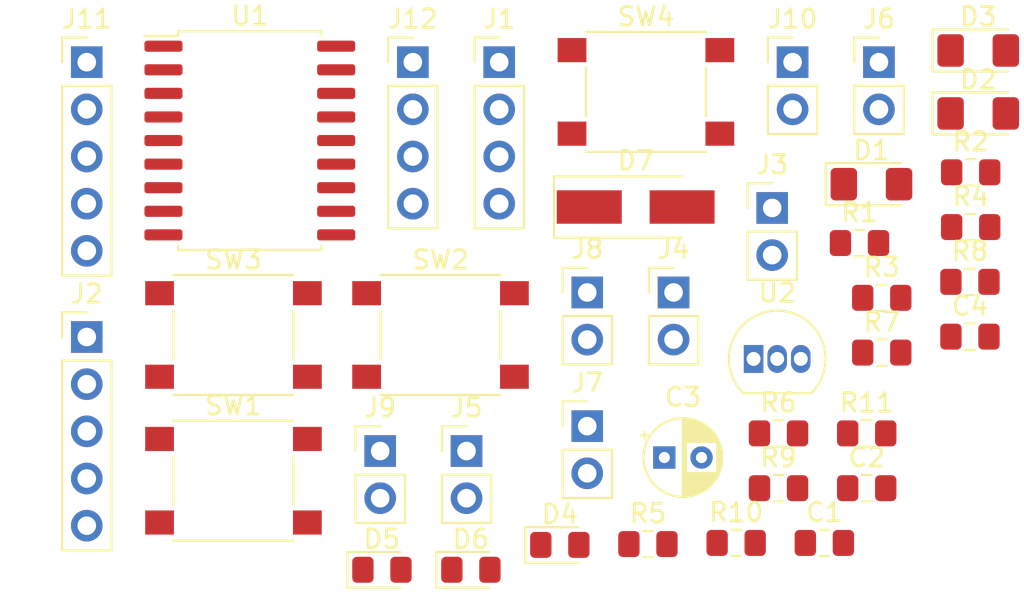
<source format=kicad_pcb>
(kicad_pcb (version 20190331) (host pcbnew "(5.1.0-352-g79f3f10c3)")

  (general
    (thickness 1.6)
    (drawings 0)
    (tracks 0)
    (modules 40)
    (nets 27)
  )

  (page "A")
  (title_block
    (title "Tethered Joy")
    (date "2019-04-25")
    (rev "n/c")
    (company "DMFE")
    (comment 1 "Packet Serial One Handed Joystick")
  )

  (layers
    (0 "F.Cu" signal)
    (31 "B.Cu" signal)
    (32 "B.Adhes" user)
    (33 "F.Adhes" user)
    (34 "B.Paste" user)
    (35 "F.Paste" user)
    (36 "B.SilkS" user)
    (37 "F.SilkS" user)
    (38 "B.Mask" user)
    (39 "F.Mask" user)
    (40 "Dwgs.User" user)
    (41 "Cmts.User" user)
    (42 "Eco1.User" user)
    (43 "Eco2.User" user)
    (44 "Edge.Cuts" user)
    (45 "Margin" user)
    (46 "B.CrtYd" user)
    (47 "F.CrtYd" user)
    (48 "B.Fab" user)
    (49 "F.Fab" user)
  )

  (setup
    (last_trace_width 0.25)
    (trace_clearance 0.2)
    (zone_clearance 0.508)
    (zone_45_only no)
    (trace_min 0.2)
    (via_size 0.8)
    (via_drill 0.4)
    (via_min_size 0.4)
    (via_min_drill 0.3)
    (uvia_size 0.3)
    (uvia_drill 0.1)
    (uvias_allowed no)
    (uvia_min_size 0.2)
    (uvia_min_drill 0.1)
    (edge_width 0.05)
    (segment_width 0.2)
    (pcb_text_width 0.3)
    (pcb_text_size 1.5 1.5)
    (mod_edge_width 0.12)
    (mod_text_size 1 1)
    (mod_text_width 0.15)
    (pad_size 1.524 1.524)
    (pad_drill 0.762)
    (pad_to_mask_clearance 0.051)
    (solder_mask_min_width 0.25)
    (aux_axis_origin 0 0)
    (visible_elements FFFFFF7F)
    (pcbplotparams
      (layerselection 0x010fc_ffffffff)
      (usegerberextensions false)
      (usegerberattributes false)
      (usegerberadvancedattributes false)
      (creategerberjobfile false)
      (excludeedgelayer true)
      (linewidth 0.100000)
      (plotframeref false)
      (viasonmask false)
      (mode 1)
      (useauxorigin false)
      (hpglpennumber 1)
      (hpglpenspeed 20)
      (hpglpendiameter 15.000000)
      (psnegative false)
      (psa4output false)
      (plotreference true)
      (plotvalue true)
      (plotinvisibletext false)
      (padsonsilk false)
      (subtractmaskfromsilk false)
      (outputformat 1)
      (mirror false)
      (drillshape 1)
      (scaleselection 1)
      (outputdirectory ""))
  )

  (net 0 "")
  (net 1 "GND")
  (net 2 "+5V")
  (net 3 "Net-(C?1556359699-Pad1)")
  (net 4 "Net-(D?1556214349-Pad2)")
  (net 5 "LED1SW1")
  (net 6 "Net-(D?1556269307-Pad2)")
  (net 7 "LED2SW2")
  (net 8 "Net-(D?1556277763-Pad2)")
  (net 9 "LED3SW3")
  (net 10 "Net-(D?1554185559-Pad2)")
  (net 11 "Net-(D?1554185559-Pad1)")
  (net 12 "Net-(D?1554191085-Pad2)")
  (net 13 "Net-(D?1554191085-Pad1)")
  (net 14 "Net-(D?1556295817-Pad2)")
  (net 15 "LED4SW4")
  (net 16 "+12V")
  (net 17 "TX")
  (net 18 "RX")
  (net 19 "PGC")
  (net 20 "PGD")
  (net 21 "Vpp")
  (net 22 "Net-(J?1554180456-Pad5)")
  (net 23 "Net-(J?1554180456-Pad4)")
  (net 24 "Net-(J?1554180456-Pad3)")
  (net 25 "Net-(R?1554198297-Pad1)")
  (net 26 "Net-(R?1556190636-Pad1)")

  (net_class "Default" "This is the default net class."
    (clearance 0.2)
    (trace_width 0.25)
    (via_dia 0.8)
    (via_drill 0.4)
    (uvia_dia 0.3)
    (uvia_drill 0.1)
    (add_net "+12V")
    (add_net "+5V")
    (add_net "GND")
    (add_net "LED1SW1")
    (add_net "LED2SW2")
    (add_net "LED3SW3")
    (add_net "LED4SW4")
    (add_net "Net-(C?1556359699-Pad1)")
    (add_net "Net-(D?1554185559-Pad1)")
    (add_net "Net-(D?1554185559-Pad2)")
    (add_net "Net-(D?1554191085-Pad1)")
    (add_net "Net-(D?1554191085-Pad2)")
    (add_net "Net-(D?1556214349-Pad2)")
    (add_net "Net-(D?1556269307-Pad2)")
    (add_net "Net-(D?1556277763-Pad2)")
    (add_net "Net-(D?1556295817-Pad2)")
    (add_net "Net-(J?1554180456-Pad3)")
    (add_net "Net-(J?1554180456-Pad4)")
    (add_net "Net-(J?1554180456-Pad5)")
    (add_net "Net-(R?1554198297-Pad1)")
    (add_net "Net-(R?1556190636-Pad1)")
    (add_net "PGC")
    (add_net "PGD")
    (add_net "RX")
    (add_net "TX")
    (add_net "Vpp")
  )

  (module "Package_TO_SOT_THT:TO-92_Inline" (layer "F.Cu") (tedit 5A1DD157) (tstamp 5CC2BEFE)
    (at 227.965 45.97)
    (descr "TO-92 leads in-line, narrow, oval pads, drill 0.75mm (see NXP sot054_po.pdf)")
    (tags "to-92 sc-43 sc-43a sot54 PA33 transistor")
    (path "/5CC4033B")
    (fp_text reference "U2" (at 1.27 -3.56) (layer "F.SilkS")
      (effects (font (size 1 1) (thickness 0.15)))
    )
    (fp_text value "L78L05_TO92" (at 1.27 2.79) (layer "F.Fab")
      (effects (font (size 1 1) (thickness 0.15)))
    )
    (fp_arc (start 1.27 0) (end 1.27 -2.6) (angle 135) (layer "F.SilkS") (width 0.12))
    (fp_arc (start 1.27 0) (end 1.27 -2.48) (angle -135) (layer "F.Fab") (width 0.1))
    (fp_arc (start 1.27 0) (end 1.27 -2.6) (angle -135) (layer "F.SilkS") (width 0.12))
    (fp_arc (start 1.27 0) (end 1.27 -2.48) (angle 135) (layer "F.Fab") (width 0.1))
    (fp_line (start 4 2.01) (end -1.46 2.01) (layer "F.CrtYd") (width 0.05))
    (fp_line (start 4 2.01) (end 4 -2.73) (layer "F.CrtYd") (width 0.05))
    (fp_line (start -1.46 -2.73) (end -1.46 2.01) (layer "F.CrtYd") (width 0.05))
    (fp_line (start -1.46 -2.73) (end 4 -2.73) (layer "F.CrtYd") (width 0.05))
    (fp_line (start -0.5 1.75) (end 3 1.75) (layer "F.Fab") (width 0.1))
    (fp_line (start -0.53 1.85) (end 3.07 1.85) (layer "F.SilkS") (width 0.12))
    (fp_text user "%R" (at 1.27 -3.56) (layer "F.Fab")
      (effects (font (size 1 1) (thickness 0.15)))
    )
    (pad "1" thru_hole rect (at 0 0) (size 1.05 1.5) (drill 0.75) (layers *.Cu *.Mask)
      (net 2 "+5V"))
    (pad "3" thru_hole oval (at 2.54 0) (size 1.05 1.5) (drill 0.75) (layers *.Cu *.Mask)
      (net 3 "Net-(C?1556359699-Pad1)"))
    (pad "2" thru_hole oval (at 1.27 0) (size 1.05 1.5) (drill 0.75) (layers *.Cu *.Mask)
      (net 1 "GND"))
    (model "${KISYS3DMOD}/Package_TO_SOT_THT.3dshapes/TO-92_Inline.wrl"
      (at (xyz 0 0 0))
      (scale (xyz 1 1 1))
      (rotate (xyz 0 0 0))
    )
  )

  (module "Package_SO:SOIC-18W_7.5x11.6mm_P1.27mm" (layer "F.Cu") (tedit 5C97300E) (tstamp 5CC2BEEC)
    (at 200.835 34.21)
    (descr "SOIC, 18 Pin (JEDEC MS-013AB, https://www.analog.com/media/en/package-pcb-resources/package/33254132129439rw_18.pdf), generated with kicad-footprint-generator ipc_gullwing_generator.py")
    (tags "SOIC SO")
    (path "/5CA2A54B")
    (attr smd)
    (fp_text reference "U1" (at 0 -6.72) (layer "F.SilkS")
      (effects (font (size 1 1) (thickness 0.15)))
    )
    (fp_text value "PIC16F1847-ISO" (at 0 6.72) (layer "F.Fab")
      (effects (font (size 1 1) (thickness 0.15)))
    )
    (fp_text user "%R" (at 0 0) (layer "F.Fab")
      (effects (font (size 1 1) (thickness 0.15)))
    )
    (fp_line (start 5.93 -6.02) (end -5.93 -6.02) (layer "F.CrtYd") (width 0.05))
    (fp_line (start 5.93 6.02) (end 5.93 -6.02) (layer "F.CrtYd") (width 0.05))
    (fp_line (start -5.93 6.02) (end 5.93 6.02) (layer "F.CrtYd") (width 0.05))
    (fp_line (start -5.93 -6.02) (end -5.93 6.02) (layer "F.CrtYd") (width 0.05))
    (fp_line (start -3.75 -4.775) (end -2.75 -5.775) (layer "F.Fab") (width 0.1))
    (fp_line (start -3.75 5.775) (end -3.75 -4.775) (layer "F.Fab") (width 0.1))
    (fp_line (start 3.75 5.775) (end -3.75 5.775) (layer "F.Fab") (width 0.1))
    (fp_line (start 3.75 -5.775) (end 3.75 5.775) (layer "F.Fab") (width 0.1))
    (fp_line (start -2.75 -5.775) (end 3.75 -5.775) (layer "F.Fab") (width 0.1))
    (fp_line (start -3.86 -5.64) (end -5.675 -5.64) (layer "F.SilkS") (width 0.12))
    (fp_line (start -3.86 -5.885) (end -3.86 -5.64) (layer "F.SilkS") (width 0.12))
    (fp_line (start 0 -5.885) (end -3.86 -5.885) (layer "F.SilkS") (width 0.12))
    (fp_line (start 3.86 -5.885) (end 3.86 -5.64) (layer "F.SilkS") (width 0.12))
    (fp_line (start 0 -5.885) (end 3.86 -5.885) (layer "F.SilkS") (width 0.12))
    (fp_line (start -3.86 5.885) (end -3.86 5.64) (layer "F.SilkS") (width 0.12))
    (fp_line (start 0 5.885) (end -3.86 5.885) (layer "F.SilkS") (width 0.12))
    (fp_line (start 3.86 5.885) (end 3.86 5.64) (layer "F.SilkS") (width 0.12))
    (fp_line (start 0 5.885) (end 3.86 5.885) (layer "F.SilkS") (width 0.12))
    (pad "18" smd roundrect (at 4.65 -5.08) (size 2.05 0.6) (layers "F.Cu" "F.Paste" "F.Mask") (roundrect_rratio 0.25)
      (net 23 "Net-(J?1554180456-Pad4)"))
    (pad "17" smd roundrect (at 4.65 -3.81) (size 2.05 0.6) (layers "F.Cu" "F.Paste" "F.Mask") (roundrect_rratio 0.25)
      (net 24 "Net-(J?1554180456-Pad3)"))
    (pad "16" smd roundrect (at 4.65 -2.54) (size 2.05 0.6) (layers "F.Cu" "F.Paste" "F.Mask") (roundrect_rratio 0.25)
      (net 26 "Net-(R?1556190636-Pad1)"))
    (pad "15" smd roundrect (at 4.65 -1.27) (size 2.05 0.6) (layers "F.Cu" "F.Paste" "F.Mask") (roundrect_rratio 0.25)
      (net 12 "Net-(D?1554191085-Pad2)"))
    (pad "14" smd roundrect (at 4.65 0) (size 2.05 0.6) (layers "F.Cu" "F.Paste" "F.Mask") (roundrect_rratio 0.25)
      (net 2 "+5V"))
    (pad "13" smd roundrect (at 4.65 1.27) (size 2.05 0.6) (layers "F.Cu" "F.Paste" "F.Mask") (roundrect_rratio 0.25)
      (net 20 "PGD"))
    (pad "12" smd roundrect (at 4.65 2.54) (size 2.05 0.6) (layers "F.Cu" "F.Paste" "F.Mask") (roundrect_rratio 0.25)
      (net 19 "PGC"))
    (pad "11" smd roundrect (at 4.65 3.81) (size 2.05 0.6) (layers "F.Cu" "F.Paste" "F.Mask") (roundrect_rratio 0.25)
      (net 17 "TX"))
    (pad "10" smd roundrect (at 4.65 5.08) (size 2.05 0.6) (layers "F.Cu" "F.Paste" "F.Mask") (roundrect_rratio 0.25)
      (net 15 "LED4SW4"))
    (pad "9" smd roundrect (at -4.65 5.08) (size 2.05 0.6) (layers "F.Cu" "F.Paste" "F.Mask") (roundrect_rratio 0.25)
      (net 9 "LED3SW3"))
    (pad "8" smd roundrect (at -4.65 3.81) (size 2.05 0.6) (layers "F.Cu" "F.Paste" "F.Mask") (roundrect_rratio 0.25)
      (net 18 "RX"))
    (pad "7" smd roundrect (at -4.65 2.54) (size 2.05 0.6) (layers "F.Cu" "F.Paste" "F.Mask") (roundrect_rratio 0.25)
      (net 7 "LED2SW2"))
    (pad "6" smd roundrect (at -4.65 1.27) (size 2.05 0.6) (layers "F.Cu" "F.Paste" "F.Mask") (roundrect_rratio 0.25)
      (net 5 "LED1SW1"))
    (pad "5" smd roundrect (at -4.65 0) (size 2.05 0.6) (layers "F.Cu" "F.Paste" "F.Mask") (roundrect_rratio 0.25)
      (net 1 "GND"))
    (pad "4" smd roundrect (at -4.65 -1.27) (size 2.05 0.6) (layers "F.Cu" "F.Paste" "F.Mask") (roundrect_rratio 0.25)
      (net 21 "Vpp"))
    (pad "3" smd roundrect (at -4.65 -2.54) (size 2.05 0.6) (layers "F.Cu" "F.Paste" "F.Mask") (roundrect_rratio 0.25)
      (net 25 "Net-(R?1554198297-Pad1)"))
    (pad "2" smd roundrect (at -4.65 -3.81) (size 2.05 0.6) (layers "F.Cu" "F.Paste" "F.Mask") (roundrect_rratio 0.25)
      (net 10 "Net-(D?1554185559-Pad2)"))
    (pad "1" smd roundrect (at -4.65 -5.08) (size 2.05 0.6) (layers "F.Cu" "F.Paste" "F.Mask") (roundrect_rratio 0.25)
      (net 22 "Net-(J?1554180456-Pad5)"))
    (model "${KISYS3DMOD}/Package_SO.3dshapes/SOIC-18W_7.5x11.6mm_P1.27mm.wrl"
      (at (xyz 0 0 0))
      (scale (xyz 1 1 1))
      (rotate (xyz 0 0 0))
    )
  )

  (module "Button_Switch_SMD:SW_SPST_PTS645" (layer "F.Cu") (tedit 5A02FC95) (tstamp 5CC2BEC3)
    (at 222.165 31.59)
    (descr "C&K Components SPST SMD PTS645 Series 6mm Tact Switch")
    (tags "SPST Button Switch")
    (path "/5CC33093")
    (attr smd)
    (fp_text reference "SW4" (at 0 -4.05) (layer "F.SilkS")
      (effects (font (size 1 1) (thickness 0.15)))
    )
    (fp_text value "SW_Push" (at 0 4.15) (layer "F.Fab")
      (effects (font (size 1 1) (thickness 0.15)))
    )
    (fp_circle (center 0 0) (end 1.75 -0.05) (layer "F.Fab") (width 0.1))
    (fp_line (start -3.23 3.23) (end 3.23 3.23) (layer "F.SilkS") (width 0.12))
    (fp_line (start -3.23 -1.3) (end -3.23 1.3) (layer "F.SilkS") (width 0.12))
    (fp_line (start -3.23 -3.23) (end 3.23 -3.23) (layer "F.SilkS") (width 0.12))
    (fp_line (start 3.23 -1.3) (end 3.23 1.3) (layer "F.SilkS") (width 0.12))
    (fp_line (start -3.23 -3.2) (end -3.23 -3.23) (layer "F.SilkS") (width 0.12))
    (fp_line (start -3.23 3.23) (end -3.23 3.2) (layer "F.SilkS") (width 0.12))
    (fp_line (start 3.23 3.23) (end 3.23 3.2) (layer "F.SilkS") (width 0.12))
    (fp_line (start 3.23 -3.23) (end 3.23 -3.2) (layer "F.SilkS") (width 0.12))
    (fp_line (start -5.05 -3.4) (end 5.05 -3.4) (layer "F.CrtYd") (width 0.05))
    (fp_line (start -5.05 3.4) (end 5.05 3.4) (layer "F.CrtYd") (width 0.05))
    (fp_line (start -5.05 -3.4) (end -5.05 3.4) (layer "F.CrtYd") (width 0.05))
    (fp_line (start 5.05 3.4) (end 5.05 -3.4) (layer "F.CrtYd") (width 0.05))
    (fp_line (start 3 -3) (end -3 -3) (layer "F.Fab") (width 0.1))
    (fp_line (start 3 3) (end 3 -3) (layer "F.Fab") (width 0.1))
    (fp_line (start -3 3) (end 3 3) (layer "F.Fab") (width 0.1))
    (fp_line (start -3 -3) (end -3 3) (layer "F.Fab") (width 0.1))
    (fp_text user "%R" (at 0 -4.05) (layer "F.Fab")
      (effects (font (size 1 1) (thickness 0.15)))
    )
    (pad "2" smd rect (at 3.98 2.25) (size 1.55 1.3) (layers "F.Cu" "F.Paste" "F.Mask")
      (net 1 "GND"))
    (pad "1" smd rect (at 3.98 -2.25) (size 1.55 1.3) (layers "F.Cu" "F.Paste" "F.Mask")
      (net 15 "LED4SW4"))
    (pad "1" smd rect (at -3.98 -2.25) (size 1.55 1.3) (layers "F.Cu" "F.Paste" "F.Mask")
      (net 15 "LED4SW4"))
    (pad "2" smd rect (at -3.98 2.25) (size 1.55 1.3) (layers "F.Cu" "F.Paste" "F.Mask")
      (net 1 "GND"))
    (model "${KISYS3DMOD}/Button_Switch_SMD.3dshapes/SW_SPST_PTS645.wrl"
      (at (xyz 0 0 0))
      (scale (xyz 1 1 1))
      (rotate (xyz 0 0 0))
    )
  )

  (module "Button_Switch_SMD:SW_SPST_PTS645" (layer "F.Cu") (tedit 5A02FC95) (tstamp 5CC2BEA9)
    (at 199.955 44.68)
    (descr "C&K Components SPST SMD PTS645 Series 6mm Tact Switch")
    (tags "SPST Button Switch")
    (path "/5CC2EA0D")
    (attr smd)
    (fp_text reference "SW3" (at 0 -4.05) (layer "F.SilkS")
      (effects (font (size 1 1) (thickness 0.15)))
    )
    (fp_text value "SW_Push" (at 0 4.15) (layer "F.Fab")
      (effects (font (size 1 1) (thickness 0.15)))
    )
    (fp_circle (center 0 0) (end 1.75 -0.05) (layer "F.Fab") (width 0.1))
    (fp_line (start -3.23 3.23) (end 3.23 3.23) (layer "F.SilkS") (width 0.12))
    (fp_line (start -3.23 -1.3) (end -3.23 1.3) (layer "F.SilkS") (width 0.12))
    (fp_line (start -3.23 -3.23) (end 3.23 -3.23) (layer "F.SilkS") (width 0.12))
    (fp_line (start 3.23 -1.3) (end 3.23 1.3) (layer "F.SilkS") (width 0.12))
    (fp_line (start -3.23 -3.2) (end -3.23 -3.23) (layer "F.SilkS") (width 0.12))
    (fp_line (start -3.23 3.23) (end -3.23 3.2) (layer "F.SilkS") (width 0.12))
    (fp_line (start 3.23 3.23) (end 3.23 3.2) (layer "F.SilkS") (width 0.12))
    (fp_line (start 3.23 -3.23) (end 3.23 -3.2) (layer "F.SilkS") (width 0.12))
    (fp_line (start -5.05 -3.4) (end 5.05 -3.4) (layer "F.CrtYd") (width 0.05))
    (fp_line (start -5.05 3.4) (end 5.05 3.4) (layer "F.CrtYd") (width 0.05))
    (fp_line (start -5.05 -3.4) (end -5.05 3.4) (layer "F.CrtYd") (width 0.05))
    (fp_line (start 5.05 3.4) (end 5.05 -3.4) (layer "F.CrtYd") (width 0.05))
    (fp_line (start 3 -3) (end -3 -3) (layer "F.Fab") (width 0.1))
    (fp_line (start 3 3) (end 3 -3) (layer "F.Fab") (width 0.1))
    (fp_line (start -3 3) (end 3 3) (layer "F.Fab") (width 0.1))
    (fp_line (start -3 -3) (end -3 3) (layer "F.Fab") (width 0.1))
    (fp_text user "%R" (at 0 -4.05) (layer "F.Fab")
      (effects (font (size 1 1) (thickness 0.15)))
    )
    (pad "2" smd rect (at 3.98 2.25) (size 1.55 1.3) (layers "F.Cu" "F.Paste" "F.Mask")
      (net 1 "GND"))
    (pad "1" smd rect (at 3.98 -2.25) (size 1.55 1.3) (layers "F.Cu" "F.Paste" "F.Mask")
      (net 9 "LED3SW3"))
    (pad "1" smd rect (at -3.98 -2.25) (size 1.55 1.3) (layers "F.Cu" "F.Paste" "F.Mask")
      (net 9 "LED3SW3"))
    (pad "2" smd rect (at -3.98 2.25) (size 1.55 1.3) (layers "F.Cu" "F.Paste" "F.Mask")
      (net 1 "GND"))
    (model "${KISYS3DMOD}/Button_Switch_SMD.3dshapes/SW_SPST_PTS645.wrl"
      (at (xyz 0 0 0))
      (scale (xyz 1 1 1))
      (rotate (xyz 0 0 0))
    )
  )

  (module "Button_Switch_SMD:SW_SPST_PTS645" (layer "F.Cu") (tedit 5A02FC95) (tstamp 5CC2BE8F)
    (at 211.105 44.68)
    (descr "C&K Components SPST SMD PTS645 Series 6mm Tact Switch")
    (tags "SPST Button Switch")
    (path "/5CC2C905")
    (attr smd)
    (fp_text reference "SW2" (at 0 -4.05) (layer "F.SilkS")
      (effects (font (size 1 1) (thickness 0.15)))
    )
    (fp_text value "SW_Push" (at 0 4.15) (layer "F.Fab")
      (effects (font (size 1 1) (thickness 0.15)))
    )
    (fp_circle (center 0 0) (end 1.75 -0.05) (layer "F.Fab") (width 0.1))
    (fp_line (start -3.23 3.23) (end 3.23 3.23) (layer "F.SilkS") (width 0.12))
    (fp_line (start -3.23 -1.3) (end -3.23 1.3) (layer "F.SilkS") (width 0.12))
    (fp_line (start -3.23 -3.23) (end 3.23 -3.23) (layer "F.SilkS") (width 0.12))
    (fp_line (start 3.23 -1.3) (end 3.23 1.3) (layer "F.SilkS") (width 0.12))
    (fp_line (start -3.23 -3.2) (end -3.23 -3.23) (layer "F.SilkS") (width 0.12))
    (fp_line (start -3.23 3.23) (end -3.23 3.2) (layer "F.SilkS") (width 0.12))
    (fp_line (start 3.23 3.23) (end 3.23 3.2) (layer "F.SilkS") (width 0.12))
    (fp_line (start 3.23 -3.23) (end 3.23 -3.2) (layer "F.SilkS") (width 0.12))
    (fp_line (start -5.05 -3.4) (end 5.05 -3.4) (layer "F.CrtYd") (width 0.05))
    (fp_line (start -5.05 3.4) (end 5.05 3.4) (layer "F.CrtYd") (width 0.05))
    (fp_line (start -5.05 -3.4) (end -5.05 3.4) (layer "F.CrtYd") (width 0.05))
    (fp_line (start 5.05 3.4) (end 5.05 -3.4) (layer "F.CrtYd") (width 0.05))
    (fp_line (start 3 -3) (end -3 -3) (layer "F.Fab") (width 0.1))
    (fp_line (start 3 3) (end 3 -3) (layer "F.Fab") (width 0.1))
    (fp_line (start -3 3) (end 3 3) (layer "F.Fab") (width 0.1))
    (fp_line (start -3 -3) (end -3 3) (layer "F.Fab") (width 0.1))
    (fp_text user "%R" (at 0 -4.05) (layer "F.Fab")
      (effects (font (size 1 1) (thickness 0.15)))
    )
    (pad "2" smd rect (at 3.98 2.25) (size 1.55 1.3) (layers "F.Cu" "F.Paste" "F.Mask")
      (net 1 "GND"))
    (pad "1" smd rect (at 3.98 -2.25) (size 1.55 1.3) (layers "F.Cu" "F.Paste" "F.Mask")
      (net 7 "LED2SW2"))
    (pad "1" smd rect (at -3.98 -2.25) (size 1.55 1.3) (layers "F.Cu" "F.Paste" "F.Mask")
      (net 7 "LED2SW2"))
    (pad "2" smd rect (at -3.98 2.25) (size 1.55 1.3) (layers "F.Cu" "F.Paste" "F.Mask")
      (net 1 "GND"))
    (model "${KISYS3DMOD}/Button_Switch_SMD.3dshapes/SW_SPST_PTS645.wrl"
      (at (xyz 0 0 0))
      (scale (xyz 1 1 1))
      (rotate (xyz 0 0 0))
    )
  )

  (module "Button_Switch_SMD:SW_SPST_PTS645" (layer "F.Cu") (tedit 5A02FC95) (tstamp 5CC2BE75)
    (at 199.955 52.53)
    (descr "C&K Components SPST SMD PTS645 Series 6mm Tact Switch")
    (tags "SPST Button Switch")
    (path "/5CC2000A")
    (attr smd)
    (fp_text reference "SW1" (at 0 -4.05) (layer "F.SilkS")
      (effects (font (size 1 1) (thickness 0.15)))
    )
    (fp_text value "SW_Push" (at 0 4.15) (layer "F.Fab")
      (effects (font (size 1 1) (thickness 0.15)))
    )
    (fp_circle (center 0 0) (end 1.75 -0.05) (layer "F.Fab") (width 0.1))
    (fp_line (start -3.23 3.23) (end 3.23 3.23) (layer "F.SilkS") (width 0.12))
    (fp_line (start -3.23 -1.3) (end -3.23 1.3) (layer "F.SilkS") (width 0.12))
    (fp_line (start -3.23 -3.23) (end 3.23 -3.23) (layer "F.SilkS") (width 0.12))
    (fp_line (start 3.23 -1.3) (end 3.23 1.3) (layer "F.SilkS") (width 0.12))
    (fp_line (start -3.23 -3.2) (end -3.23 -3.23) (layer "F.SilkS") (width 0.12))
    (fp_line (start -3.23 3.23) (end -3.23 3.2) (layer "F.SilkS") (width 0.12))
    (fp_line (start 3.23 3.23) (end 3.23 3.2) (layer "F.SilkS") (width 0.12))
    (fp_line (start 3.23 -3.23) (end 3.23 -3.2) (layer "F.SilkS") (width 0.12))
    (fp_line (start -5.05 -3.4) (end 5.05 -3.4) (layer "F.CrtYd") (width 0.05))
    (fp_line (start -5.05 3.4) (end 5.05 3.4) (layer "F.CrtYd") (width 0.05))
    (fp_line (start -5.05 -3.4) (end -5.05 3.4) (layer "F.CrtYd") (width 0.05))
    (fp_line (start 5.05 3.4) (end 5.05 -3.4) (layer "F.CrtYd") (width 0.05))
    (fp_line (start 3 -3) (end -3 -3) (layer "F.Fab") (width 0.1))
    (fp_line (start 3 3) (end 3 -3) (layer "F.Fab") (width 0.1))
    (fp_line (start -3 3) (end 3 3) (layer "F.Fab") (width 0.1))
    (fp_line (start -3 -3) (end -3 3) (layer "F.Fab") (width 0.1))
    (fp_text user "%R" (at 0 -4.05) (layer "F.Fab")
      (effects (font (size 1 1) (thickness 0.15)))
    )
    (pad "2" smd rect (at 3.98 2.25) (size 1.55 1.3) (layers "F.Cu" "F.Paste" "F.Mask")
      (net 1 "GND"))
    (pad "1" smd rect (at 3.98 -2.25) (size 1.55 1.3) (layers "F.Cu" "F.Paste" "F.Mask")
      (net 5 "LED1SW1"))
    (pad "1" smd rect (at -3.98 -2.25) (size 1.55 1.3) (layers "F.Cu" "F.Paste" "F.Mask")
      (net 5 "LED1SW1"))
    (pad "2" smd rect (at -3.98 2.25) (size 1.55 1.3) (layers "F.Cu" "F.Paste" "F.Mask")
      (net 1 "GND"))
    (model "${KISYS3DMOD}/Button_Switch_SMD.3dshapes/SW_SPST_PTS645.wrl"
      (at (xyz 0 0 0))
      (scale (xyz 1 1 1))
      (rotate (xyz 0 0 0))
    )
  )

  (module "Resistor_SMD:R_0805_2012Metric_Pad1.15x1.40mm_HandSolder" (layer "F.Cu") (tedit 5B36C52B) (tstamp 5CC2BE5B)
    (at 234.055 49.98)
    (descr "Resistor SMD 0805 (2012 Metric), square (rectangular) end terminal, IPC_7351 nominal with elongated pad for handsoldering. (Body size source: https://docs.google.com/spreadsheets/d/1BsfQQcO9C6DZCsRaXUlFlo91Tg2WpOkGARC1WS5S8t0/edit?usp=sharing), generated with kicad-footprint-generator")
    (tags "resistor handsolder")
    (path "/5CC3309D")
    (attr smd)
    (fp_text reference "R11" (at 0 -1.65) (layer "F.SilkS")
      (effects (font (size 1 1) (thickness 0.15)))
    )
    (fp_text value "470" (at 0 1.65) (layer "F.Fab")
      (effects (font (size 1 1) (thickness 0.15)))
    )
    (fp_text user "%R" (at 0 0) (layer "F.Fab")
      (effects (font (size 0.5 0.5) (thickness 0.08)))
    )
    (fp_line (start 1.85 0.95) (end -1.85 0.95) (layer "F.CrtYd") (width 0.05))
    (fp_line (start 1.85 -0.95) (end 1.85 0.95) (layer "F.CrtYd") (width 0.05))
    (fp_line (start -1.85 -0.95) (end 1.85 -0.95) (layer "F.CrtYd") (width 0.05))
    (fp_line (start -1.85 0.95) (end -1.85 -0.95) (layer "F.CrtYd") (width 0.05))
    (fp_line (start -0.261252 0.71) (end 0.261252 0.71) (layer "F.SilkS") (width 0.12))
    (fp_line (start -0.261252 -0.71) (end 0.261252 -0.71) (layer "F.SilkS") (width 0.12))
    (fp_line (start 1 0.6) (end -1 0.6) (layer "F.Fab") (width 0.1))
    (fp_line (start 1 -0.6) (end 1 0.6) (layer "F.Fab") (width 0.1))
    (fp_line (start -1 -0.6) (end 1 -0.6) (layer "F.Fab") (width 0.1))
    (fp_line (start -1 0.6) (end -1 -0.6) (layer "F.Fab") (width 0.1))
    (pad "2" smd roundrect (at 1.025 0) (size 1.15 1.4) (layers "F.Cu" "F.Paste" "F.Mask") (roundrect_rratio 0.217391)
      (net 14 "Net-(D?1556295817-Pad2)"))
    (pad "1" smd roundrect (at -1.025 0) (size 1.15 1.4) (layers "F.Cu" "F.Paste" "F.Mask") (roundrect_rratio 0.217391)
      (net 2 "+5V"))
    (model "${KISYS3DMOD}/Resistor_SMD.3dshapes/R_0805_2012Metric.wrl"
      (at (xyz 0 0 0))
      (scale (xyz 1 1 1))
      (rotate (xyz 0 0 0))
    )
  )

  (module "Resistor_SMD:R_0805_2012Metric_Pad1.15x1.40mm_HandSolder" (layer "F.Cu") (tedit 5B36C52B) (tstamp 5CC2BE4A)
    (at 227.025 55.88)
    (descr "Resistor SMD 0805 (2012 Metric), square (rectangular) end terminal, IPC_7351 nominal with elongated pad for handsoldering. (Body size source: https://docs.google.com/spreadsheets/d/1BsfQQcO9C6DZCsRaXUlFlo91Tg2WpOkGARC1WS5S8t0/edit?usp=sharing), generated with kicad-footprint-generator")
    (tags "resistor handsolder")
    (path "/5CC330A7")
    (attr smd)
    (fp_text reference "R10" (at 0 -1.65) (layer "F.SilkS")
      (effects (font (size 1 1) (thickness 0.15)))
    )
    (fp_text value "47K" (at 0 1.65) (layer "F.Fab")
      (effects (font (size 1 1) (thickness 0.15)))
    )
    (fp_text user "%R" (at 0 0) (layer "F.Fab")
      (effects (font (size 0.5 0.5) (thickness 0.08)))
    )
    (fp_line (start 1.85 0.95) (end -1.85 0.95) (layer "F.CrtYd") (width 0.05))
    (fp_line (start 1.85 -0.95) (end 1.85 0.95) (layer "F.CrtYd") (width 0.05))
    (fp_line (start -1.85 -0.95) (end 1.85 -0.95) (layer "F.CrtYd") (width 0.05))
    (fp_line (start -1.85 0.95) (end -1.85 -0.95) (layer "F.CrtYd") (width 0.05))
    (fp_line (start -0.261252 0.71) (end 0.261252 0.71) (layer "F.SilkS") (width 0.12))
    (fp_line (start -0.261252 -0.71) (end 0.261252 -0.71) (layer "F.SilkS") (width 0.12))
    (fp_line (start 1 0.6) (end -1 0.6) (layer "F.Fab") (width 0.1))
    (fp_line (start 1 -0.6) (end 1 0.6) (layer "F.Fab") (width 0.1))
    (fp_line (start -1 -0.6) (end 1 -0.6) (layer "F.Fab") (width 0.1))
    (fp_line (start -1 0.6) (end -1 -0.6) (layer "F.Fab") (width 0.1))
    (pad "2" smd roundrect (at 1.025 0) (size 1.15 1.4) (layers "F.Cu" "F.Paste" "F.Mask") (roundrect_rratio 0.217391)
      (net 15 "LED4SW4"))
    (pad "1" smd roundrect (at -1.025 0) (size 1.15 1.4) (layers "F.Cu" "F.Paste" "F.Mask") (roundrect_rratio 0.217391)
      (net 2 "+5V"))
    (model "${KISYS3DMOD}/Resistor_SMD.3dshapes/R_0805_2012Metric.wrl"
      (at (xyz 0 0 0))
      (scale (xyz 1 1 1))
      (rotate (xyz 0 0 0))
    )
  )

  (module "Resistor_SMD:R_0805_2012Metric_Pad1.15x1.40mm_HandSolder" (layer "F.Cu") (tedit 5B36C52B) (tstamp 5CC2BE39)
    (at 229.305 52.93)
    (descr "Resistor SMD 0805 (2012 Metric), square (rectangular) end terminal, IPC_7351 nominal with elongated pad for handsoldering. (Body size source: https://docs.google.com/spreadsheets/d/1BsfQQcO9C6DZCsRaXUlFlo91Tg2WpOkGARC1WS5S8t0/edit?usp=sharing), generated with kicad-footprint-generator")
    (tags "resistor handsolder")
    (path "/5CC1C0BA")
    (attr smd)
    (fp_text reference "R9" (at 0 -1.65) (layer "F.SilkS")
      (effects (font (size 1 1) (thickness 0.15)))
    )
    (fp_text value "47K" (at 0 1.65) (layer "F.Fab")
      (effects (font (size 1 1) (thickness 0.15)))
    )
    (fp_text user "%R" (at 0 0) (layer "F.Fab")
      (effects (font (size 0.5 0.5) (thickness 0.08)))
    )
    (fp_line (start 1.85 0.95) (end -1.85 0.95) (layer "F.CrtYd") (width 0.05))
    (fp_line (start 1.85 -0.95) (end 1.85 0.95) (layer "F.CrtYd") (width 0.05))
    (fp_line (start -1.85 -0.95) (end 1.85 -0.95) (layer "F.CrtYd") (width 0.05))
    (fp_line (start -1.85 0.95) (end -1.85 -0.95) (layer "F.CrtYd") (width 0.05))
    (fp_line (start -0.261252 0.71) (end 0.261252 0.71) (layer "F.SilkS") (width 0.12))
    (fp_line (start -0.261252 -0.71) (end 0.261252 -0.71) (layer "F.SilkS") (width 0.12))
    (fp_line (start 1 0.6) (end -1 0.6) (layer "F.Fab") (width 0.1))
    (fp_line (start 1 -0.6) (end 1 0.6) (layer "F.Fab") (width 0.1))
    (fp_line (start -1 -0.6) (end 1 -0.6) (layer "F.Fab") (width 0.1))
    (fp_line (start -1 0.6) (end -1 -0.6) (layer "F.Fab") (width 0.1))
    (pad "2" smd roundrect (at 1.025 0) (size 1.15 1.4) (layers "F.Cu" "F.Paste" "F.Mask") (roundrect_rratio 0.217391)
      (net 22 "Net-(J?1554180456-Pad5)"))
    (pad "1" smd roundrect (at -1.025 0) (size 1.15 1.4) (layers "F.Cu" "F.Paste" "F.Mask") (roundrect_rratio 0.217391)
      (net 2 "+5V"))
    (model "${KISYS3DMOD}/Resistor_SMD.3dshapes/R_0805_2012Metric.wrl"
      (at (xyz 0 0 0))
      (scale (xyz 1 1 1))
      (rotate (xyz 0 0 0))
    )
  )

  (module "Resistor_SMD:R_0805_2012Metric_Pad1.15x1.40mm_HandSolder" (layer "F.Cu") (tedit 5B36C52B) (tstamp 5CC2BE28)
    (at 239.615 41.82)
    (descr "Resistor SMD 0805 (2012 Metric), square (rectangular) end terminal, IPC_7351 nominal with elongated pad for handsoldering. (Body size source: https://docs.google.com/spreadsheets/d/1BsfQQcO9C6DZCsRaXUlFlo91Tg2WpOkGARC1WS5S8t0/edit?usp=sharing), generated with kicad-footprint-generator")
    (tags "resistor handsolder")
    (path "/5CC195AC")
    (attr smd)
    (fp_text reference "R8" (at 0 -1.65) (layer "F.SilkS")
      (effects (font (size 1 1) (thickness 0.15)))
    )
    (fp_text value "470" (at 0 1.65) (layer "F.Fab")
      (effects (font (size 1 1) (thickness 0.15)))
    )
    (fp_text user "%R" (at 0 0) (layer "F.Fab")
      (effects (font (size 0.5 0.5) (thickness 0.08)))
    )
    (fp_line (start 1.85 0.95) (end -1.85 0.95) (layer "F.CrtYd") (width 0.05))
    (fp_line (start 1.85 -0.95) (end 1.85 0.95) (layer "F.CrtYd") (width 0.05))
    (fp_line (start -1.85 -0.95) (end 1.85 -0.95) (layer "F.CrtYd") (width 0.05))
    (fp_line (start -1.85 0.95) (end -1.85 -0.95) (layer "F.CrtYd") (width 0.05))
    (fp_line (start -0.261252 0.71) (end 0.261252 0.71) (layer "F.SilkS") (width 0.12))
    (fp_line (start -0.261252 -0.71) (end 0.261252 -0.71) (layer "F.SilkS") (width 0.12))
    (fp_line (start 1 0.6) (end -1 0.6) (layer "F.Fab") (width 0.1))
    (fp_line (start 1 -0.6) (end 1 0.6) (layer "F.Fab") (width 0.1))
    (fp_line (start -1 -0.6) (end 1 -0.6) (layer "F.Fab") (width 0.1))
    (fp_line (start -1 0.6) (end -1 -0.6) (layer "F.Fab") (width 0.1))
    (pad "2" smd roundrect (at 1.025 0) (size 1.15 1.4) (layers "F.Cu" "F.Paste" "F.Mask") (roundrect_rratio 0.217391)
      (net 13 "Net-(D?1554191085-Pad1)"))
    (pad "1" smd roundrect (at -1.025 0) (size 1.15 1.4) (layers "F.Cu" "F.Paste" "F.Mask") (roundrect_rratio 0.217391)
      (net 26 "Net-(R?1556190636-Pad1)"))
    (model "${KISYS3DMOD}/Resistor_SMD.3dshapes/R_0805_2012Metric.wrl"
      (at (xyz 0 0 0))
      (scale (xyz 1 1 1))
      (rotate (xyz 0 0 0))
    )
  )

  (module "Resistor_SMD:R_0805_2012Metric_Pad1.15x1.40mm_HandSolder" (layer "F.Cu") (tedit 5B36C52B) (tstamp 5CC2BE17)
    (at 234.865 45.63)
    (descr "Resistor SMD 0805 (2012 Metric), square (rectangular) end terminal, IPC_7351 nominal with elongated pad for handsoldering. (Body size source: https://docs.google.com/spreadsheets/d/1BsfQQcO9C6DZCsRaXUlFlo91Tg2WpOkGARC1WS5S8t0/edit?usp=sharing), generated with kicad-footprint-generator")
    (tags "resistor handsolder")
    (path "/5CA32F19")
    (attr smd)
    (fp_text reference "R7" (at 0 -1.65) (layer "F.SilkS")
      (effects (font (size 1 1) (thickness 0.15)))
    )
    (fp_text value "470" (at 0 1.65) (layer "F.Fab")
      (effects (font (size 1 1) (thickness 0.15)))
    )
    (fp_text user "%R" (at 0 0) (layer "F.Fab")
      (effects (font (size 0.5 0.5) (thickness 0.08)))
    )
    (fp_line (start 1.85 0.95) (end -1.85 0.95) (layer "F.CrtYd") (width 0.05))
    (fp_line (start 1.85 -0.95) (end 1.85 0.95) (layer "F.CrtYd") (width 0.05))
    (fp_line (start -1.85 -0.95) (end 1.85 -0.95) (layer "F.CrtYd") (width 0.05))
    (fp_line (start -1.85 0.95) (end -1.85 -0.95) (layer "F.CrtYd") (width 0.05))
    (fp_line (start -0.261252 0.71) (end 0.261252 0.71) (layer "F.SilkS") (width 0.12))
    (fp_line (start -0.261252 -0.71) (end 0.261252 -0.71) (layer "F.SilkS") (width 0.12))
    (fp_line (start 1 0.6) (end -1 0.6) (layer "F.Fab") (width 0.1))
    (fp_line (start 1 -0.6) (end 1 0.6) (layer "F.Fab") (width 0.1))
    (fp_line (start -1 -0.6) (end 1 -0.6) (layer "F.Fab") (width 0.1))
    (fp_line (start -1 0.6) (end -1 -0.6) (layer "F.Fab") (width 0.1))
    (pad "2" smd roundrect (at 1.025 0) (size 1.15 1.4) (layers "F.Cu" "F.Paste" "F.Mask") (roundrect_rratio 0.217391)
      (net 11 "Net-(D?1554185559-Pad1)"))
    (pad "1" smd roundrect (at -1.025 0) (size 1.15 1.4) (layers "F.Cu" "F.Paste" "F.Mask") (roundrect_rratio 0.217391)
      (net 25 "Net-(R?1554198297-Pad1)"))
    (model "${KISYS3DMOD}/Resistor_SMD.3dshapes/R_0805_2012Metric.wrl"
      (at (xyz 0 0 0))
      (scale (xyz 1 1 1))
      (rotate (xyz 0 0 0))
    )
  )

  (module "Resistor_SMD:R_0805_2012Metric_Pad1.15x1.40mm_HandSolder" (layer "F.Cu") (tedit 5B36C52B) (tstamp 5CC2BE06)
    (at 229.305 49.98)
    (descr "Resistor SMD 0805 (2012 Metric), square (rectangular) end terminal, IPC_7351 nominal with elongated pad for handsoldering. (Body size source: https://docs.google.com/spreadsheets/d/1BsfQQcO9C6DZCsRaXUlFlo91Tg2WpOkGARC1WS5S8t0/edit?usp=sharing), generated with kicad-footprint-generator")
    (tags "resistor handsolder")
    (path "/5CC2EA17")
    (attr smd)
    (fp_text reference "R6" (at 0 -1.65) (layer "F.SilkS")
      (effects (font (size 1 1) (thickness 0.15)))
    )
    (fp_text value "470" (at 0 1.65) (layer "F.Fab")
      (effects (font (size 1 1) (thickness 0.15)))
    )
    (fp_text user "%R" (at 0 0) (layer "F.Fab")
      (effects (font (size 0.5 0.5) (thickness 0.08)))
    )
    (fp_line (start 1.85 0.95) (end -1.85 0.95) (layer "F.CrtYd") (width 0.05))
    (fp_line (start 1.85 -0.95) (end 1.85 0.95) (layer "F.CrtYd") (width 0.05))
    (fp_line (start -1.85 -0.95) (end 1.85 -0.95) (layer "F.CrtYd") (width 0.05))
    (fp_line (start -1.85 0.95) (end -1.85 -0.95) (layer "F.CrtYd") (width 0.05))
    (fp_line (start -0.261252 0.71) (end 0.261252 0.71) (layer "F.SilkS") (width 0.12))
    (fp_line (start -0.261252 -0.71) (end 0.261252 -0.71) (layer "F.SilkS") (width 0.12))
    (fp_line (start 1 0.6) (end -1 0.6) (layer "F.Fab") (width 0.1))
    (fp_line (start 1 -0.6) (end 1 0.6) (layer "F.Fab") (width 0.1))
    (fp_line (start -1 -0.6) (end 1 -0.6) (layer "F.Fab") (width 0.1))
    (fp_line (start -1 0.6) (end -1 -0.6) (layer "F.Fab") (width 0.1))
    (pad "2" smd roundrect (at 1.025 0) (size 1.15 1.4) (layers "F.Cu" "F.Paste" "F.Mask") (roundrect_rratio 0.217391)
      (net 8 "Net-(D?1556277763-Pad2)"))
    (pad "1" smd roundrect (at -1.025 0) (size 1.15 1.4) (layers "F.Cu" "F.Paste" "F.Mask") (roundrect_rratio 0.217391)
      (net 2 "+5V"))
    (model "${KISYS3DMOD}/Resistor_SMD.3dshapes/R_0805_2012Metric.wrl"
      (at (xyz 0 0 0))
      (scale (xyz 1 1 1))
      (rotate (xyz 0 0 0))
    )
  )

  (module "Resistor_SMD:R_0805_2012Metric_Pad1.15x1.40mm_HandSolder" (layer "F.Cu") (tedit 5B36C52B) (tstamp 5CC2BDF5)
    (at 222.275 55.94)
    (descr "Resistor SMD 0805 (2012 Metric), square (rectangular) end terminal, IPC_7351 nominal with elongated pad for handsoldering. (Body size source: https://docs.google.com/spreadsheets/d/1BsfQQcO9C6DZCsRaXUlFlo91Tg2WpOkGARC1WS5S8t0/edit?usp=sharing), generated with kicad-footprint-generator")
    (tags "resistor handsolder")
    (path "/5CC2EA21")
    (attr smd)
    (fp_text reference "R5" (at 0 -1.65) (layer "F.SilkS")
      (effects (font (size 1 1) (thickness 0.15)))
    )
    (fp_text value "47K" (at 0 1.65) (layer "F.Fab")
      (effects (font (size 1 1) (thickness 0.15)))
    )
    (fp_text user "%R" (at 0 0) (layer "F.Fab")
      (effects (font (size 0.5 0.5) (thickness 0.08)))
    )
    (fp_line (start 1.85 0.95) (end -1.85 0.95) (layer "F.CrtYd") (width 0.05))
    (fp_line (start 1.85 -0.95) (end 1.85 0.95) (layer "F.CrtYd") (width 0.05))
    (fp_line (start -1.85 -0.95) (end 1.85 -0.95) (layer "F.CrtYd") (width 0.05))
    (fp_line (start -1.85 0.95) (end -1.85 -0.95) (layer "F.CrtYd") (width 0.05))
    (fp_line (start -0.261252 0.71) (end 0.261252 0.71) (layer "F.SilkS") (width 0.12))
    (fp_line (start -0.261252 -0.71) (end 0.261252 -0.71) (layer "F.SilkS") (width 0.12))
    (fp_line (start 1 0.6) (end -1 0.6) (layer "F.Fab") (width 0.1))
    (fp_line (start 1 -0.6) (end 1 0.6) (layer "F.Fab") (width 0.1))
    (fp_line (start -1 -0.6) (end 1 -0.6) (layer "F.Fab") (width 0.1))
    (fp_line (start -1 0.6) (end -1 -0.6) (layer "F.Fab") (width 0.1))
    (pad "2" smd roundrect (at 1.025 0) (size 1.15 1.4) (layers "F.Cu" "F.Paste" "F.Mask") (roundrect_rratio 0.217391)
      (net 9 "LED3SW3"))
    (pad "1" smd roundrect (at -1.025 0) (size 1.15 1.4) (layers "F.Cu" "F.Paste" "F.Mask") (roundrect_rratio 0.217391)
      (net 2 "+5V"))
    (model "${KISYS3DMOD}/Resistor_SMD.3dshapes/R_0805_2012Metric.wrl"
      (at (xyz 0 0 0))
      (scale (xyz 1 1 1))
      (rotate (xyz 0 0 0))
    )
  )

  (module "Resistor_SMD:R_0805_2012Metric_Pad1.15x1.40mm_HandSolder" (layer "F.Cu") (tedit 5B36C52B) (tstamp 5CC2BDE4)
    (at 239.655 38.87)
    (descr "Resistor SMD 0805 (2012 Metric), square (rectangular) end terminal, IPC_7351 nominal with elongated pad for handsoldering. (Body size source: https://docs.google.com/spreadsheets/d/1BsfQQcO9C6DZCsRaXUlFlo91Tg2WpOkGARC1WS5S8t0/edit?usp=sharing), generated with kicad-footprint-generator")
    (tags "resistor handsolder")
    (path "/5CC2C90F")
    (attr smd)
    (fp_text reference "R4" (at 0 -1.65) (layer "F.SilkS")
      (effects (font (size 1 1) (thickness 0.15)))
    )
    (fp_text value "470" (at 0 1.65) (layer "F.Fab")
      (effects (font (size 1 1) (thickness 0.15)))
    )
    (fp_text user "%R" (at 0 0) (layer "F.Fab")
      (effects (font (size 0.5 0.5) (thickness 0.08)))
    )
    (fp_line (start 1.85 0.95) (end -1.85 0.95) (layer "F.CrtYd") (width 0.05))
    (fp_line (start 1.85 -0.95) (end 1.85 0.95) (layer "F.CrtYd") (width 0.05))
    (fp_line (start -1.85 -0.95) (end 1.85 -0.95) (layer "F.CrtYd") (width 0.05))
    (fp_line (start -1.85 0.95) (end -1.85 -0.95) (layer "F.CrtYd") (width 0.05))
    (fp_line (start -0.261252 0.71) (end 0.261252 0.71) (layer "F.SilkS") (width 0.12))
    (fp_line (start -0.261252 -0.71) (end 0.261252 -0.71) (layer "F.SilkS") (width 0.12))
    (fp_line (start 1 0.6) (end -1 0.6) (layer "F.Fab") (width 0.1))
    (fp_line (start 1 -0.6) (end 1 0.6) (layer "F.Fab") (width 0.1))
    (fp_line (start -1 -0.6) (end 1 -0.6) (layer "F.Fab") (width 0.1))
    (fp_line (start -1 0.6) (end -1 -0.6) (layer "F.Fab") (width 0.1))
    (pad "2" smd roundrect (at 1.025 0) (size 1.15 1.4) (layers "F.Cu" "F.Paste" "F.Mask") (roundrect_rratio 0.217391)
      (net 6 "Net-(D?1556269307-Pad2)"))
    (pad "1" smd roundrect (at -1.025 0) (size 1.15 1.4) (layers "F.Cu" "F.Paste" "F.Mask") (roundrect_rratio 0.217391)
      (net 2 "+5V"))
    (model "${KISYS3DMOD}/Resistor_SMD.3dshapes/R_0805_2012Metric.wrl"
      (at (xyz 0 0 0))
      (scale (xyz 1 1 1))
      (rotate (xyz 0 0 0))
    )
  )

  (module "Resistor_SMD:R_0805_2012Metric_Pad1.15x1.40mm_HandSolder" (layer "F.Cu") (tedit 5B36C52B) (tstamp 5CC2BDD3)
    (at 234.865 42.68)
    (descr "Resistor SMD 0805 (2012 Metric), square (rectangular) end terminal, IPC_7351 nominal with elongated pad for handsoldering. (Body size source: https://docs.google.com/spreadsheets/d/1BsfQQcO9C6DZCsRaXUlFlo91Tg2WpOkGARC1WS5S8t0/edit?usp=sharing), generated with kicad-footprint-generator")
    (tags "resistor handsolder")
    (path "/5CC21B62")
    (attr smd)
    (fp_text reference "R3" (at 0 -1.65) (layer "F.SilkS")
      (effects (font (size 1 1) (thickness 0.15)))
    )
    (fp_text value "470" (at 0 1.65) (layer "F.Fab")
      (effects (font (size 1 1) (thickness 0.15)))
    )
    (fp_text user "%R" (at 0 0) (layer "F.Fab")
      (effects (font (size 0.5 0.5) (thickness 0.08)))
    )
    (fp_line (start 1.85 0.95) (end -1.85 0.95) (layer "F.CrtYd") (width 0.05))
    (fp_line (start 1.85 -0.95) (end 1.85 0.95) (layer "F.CrtYd") (width 0.05))
    (fp_line (start -1.85 -0.95) (end 1.85 -0.95) (layer "F.CrtYd") (width 0.05))
    (fp_line (start -1.85 0.95) (end -1.85 -0.95) (layer "F.CrtYd") (width 0.05))
    (fp_line (start -0.261252 0.71) (end 0.261252 0.71) (layer "F.SilkS") (width 0.12))
    (fp_line (start -0.261252 -0.71) (end 0.261252 -0.71) (layer "F.SilkS") (width 0.12))
    (fp_line (start 1 0.6) (end -1 0.6) (layer "F.Fab") (width 0.1))
    (fp_line (start 1 -0.6) (end 1 0.6) (layer "F.Fab") (width 0.1))
    (fp_line (start -1 -0.6) (end 1 -0.6) (layer "F.Fab") (width 0.1))
    (fp_line (start -1 0.6) (end -1 -0.6) (layer "F.Fab") (width 0.1))
    (pad "2" smd roundrect (at 1.025 0) (size 1.15 1.4) (layers "F.Cu" "F.Paste" "F.Mask") (roundrect_rratio 0.217391)
      (net 4 "Net-(D?1556214349-Pad2)"))
    (pad "1" smd roundrect (at -1.025 0) (size 1.15 1.4) (layers "F.Cu" "F.Paste" "F.Mask") (roundrect_rratio 0.217391)
      (net 2 "+5V"))
    (model "${KISYS3DMOD}/Resistor_SMD.3dshapes/R_0805_2012Metric.wrl"
      (at (xyz 0 0 0))
      (scale (xyz 1 1 1))
      (rotate (xyz 0 0 0))
    )
  )

  (module "Resistor_SMD:R_0805_2012Metric_Pad1.15x1.40mm_HandSolder" (layer "F.Cu") (tedit 5B36C52B) (tstamp 5CC2BDC2)
    (at 239.655 35.92)
    (descr "Resistor SMD 0805 (2012 Metric), square (rectangular) end terminal, IPC_7351 nominal with elongated pad for handsoldering. (Body size source: https://docs.google.com/spreadsheets/d/1BsfQQcO9C6DZCsRaXUlFlo91Tg2WpOkGARC1WS5S8t0/edit?usp=sharing), generated with kicad-footprint-generator")
    (tags "resistor handsolder")
    (path "/5CC2C919")
    (attr smd)
    (fp_text reference "R2" (at 0 -1.65) (layer "F.SilkS")
      (effects (font (size 1 1) (thickness 0.15)))
    )
    (fp_text value "47K" (at 0 1.65) (layer "F.Fab")
      (effects (font (size 1 1) (thickness 0.15)))
    )
    (fp_text user "%R" (at 0 0) (layer "F.Fab")
      (effects (font (size 0.5 0.5) (thickness 0.08)))
    )
    (fp_line (start 1.85 0.95) (end -1.85 0.95) (layer "F.CrtYd") (width 0.05))
    (fp_line (start 1.85 -0.95) (end 1.85 0.95) (layer "F.CrtYd") (width 0.05))
    (fp_line (start -1.85 -0.95) (end 1.85 -0.95) (layer "F.CrtYd") (width 0.05))
    (fp_line (start -1.85 0.95) (end -1.85 -0.95) (layer "F.CrtYd") (width 0.05))
    (fp_line (start -0.261252 0.71) (end 0.261252 0.71) (layer "F.SilkS") (width 0.12))
    (fp_line (start -0.261252 -0.71) (end 0.261252 -0.71) (layer "F.SilkS") (width 0.12))
    (fp_line (start 1 0.6) (end -1 0.6) (layer "F.Fab") (width 0.1))
    (fp_line (start 1 -0.6) (end 1 0.6) (layer "F.Fab") (width 0.1))
    (fp_line (start -1 -0.6) (end 1 -0.6) (layer "F.Fab") (width 0.1))
    (fp_line (start -1 0.6) (end -1 -0.6) (layer "F.Fab") (width 0.1))
    (pad "2" smd roundrect (at 1.025 0) (size 1.15 1.4) (layers "F.Cu" "F.Paste" "F.Mask") (roundrect_rratio 0.217391)
      (net 7 "LED2SW2"))
    (pad "1" smd roundrect (at -1.025 0) (size 1.15 1.4) (layers "F.Cu" "F.Paste" "F.Mask") (roundrect_rratio 0.217391)
      (net 2 "+5V"))
    (model "${KISYS3DMOD}/Resistor_SMD.3dshapes/R_0805_2012Metric.wrl"
      (at (xyz 0 0 0))
      (scale (xyz 1 1 1))
      (rotate (xyz 0 0 0))
    )
  )

  (module "Resistor_SMD:R_0805_2012Metric_Pad1.15x1.40mm_HandSolder" (layer "F.Cu") (tedit 5B36C52B) (tstamp 5CC2BDB1)
    (at 233.665 39.73)
    (descr "Resistor SMD 0805 (2012 Metric), square (rectangular) end terminal, IPC_7351 nominal with elongated pad for handsoldering. (Body size source: https://docs.google.com/spreadsheets/d/1BsfQQcO9C6DZCsRaXUlFlo91Tg2WpOkGARC1WS5S8t0/edit?usp=sharing), generated with kicad-footprint-generator")
    (tags "resistor handsolder")
    (path "/5CC233F2")
    (attr smd)
    (fp_text reference "R1" (at 0 -1.65) (layer "F.SilkS")
      (effects (font (size 1 1) (thickness 0.15)))
    )
    (fp_text value "47K" (at 0 1.65) (layer "F.Fab")
      (effects (font (size 1 1) (thickness 0.15)))
    )
    (fp_text user "%R" (at 0 0) (layer "F.Fab")
      (effects (font (size 0.5 0.5) (thickness 0.08)))
    )
    (fp_line (start 1.85 0.95) (end -1.85 0.95) (layer "F.CrtYd") (width 0.05))
    (fp_line (start 1.85 -0.95) (end 1.85 0.95) (layer "F.CrtYd") (width 0.05))
    (fp_line (start -1.85 -0.95) (end 1.85 -0.95) (layer "F.CrtYd") (width 0.05))
    (fp_line (start -1.85 0.95) (end -1.85 -0.95) (layer "F.CrtYd") (width 0.05))
    (fp_line (start -0.261252 0.71) (end 0.261252 0.71) (layer "F.SilkS") (width 0.12))
    (fp_line (start -0.261252 -0.71) (end 0.261252 -0.71) (layer "F.SilkS") (width 0.12))
    (fp_line (start 1 0.6) (end -1 0.6) (layer "F.Fab") (width 0.1))
    (fp_line (start 1 -0.6) (end 1 0.6) (layer "F.Fab") (width 0.1))
    (fp_line (start -1 -0.6) (end 1 -0.6) (layer "F.Fab") (width 0.1))
    (fp_line (start -1 0.6) (end -1 -0.6) (layer "F.Fab") (width 0.1))
    (pad "2" smd roundrect (at 1.025 0) (size 1.15 1.4) (layers "F.Cu" "F.Paste" "F.Mask") (roundrect_rratio 0.217391)
      (net 5 "LED1SW1"))
    (pad "1" smd roundrect (at -1.025 0) (size 1.15 1.4) (layers "F.Cu" "F.Paste" "F.Mask") (roundrect_rratio 0.217391)
      (net 2 "+5V"))
    (model "${KISYS3DMOD}/Resistor_SMD.3dshapes/R_0805_2012Metric.wrl"
      (at (xyz 0 0 0))
      (scale (xyz 1 1 1))
      (rotate (xyz 0 0 0))
    )
  )

  (module "Connector_PinHeader_2.54mm:PinHeader_1x04_P2.54mm_Vertical" (layer "F.Cu") (tedit 59FED5CC) (tstamp 5CC2BDA0)
    (at 209.615 29.99)
    (descr "Through hole straight pin header, 1x04, 2.54mm pitch, single row")
    (tags "Through hole pin header THT 1x04 2.54mm single row")
    (path "/5CC4832F")
    (fp_text reference "J12" (at 0 -2.33) (layer "F.SilkS")
      (effects (font (size 1 1) (thickness 0.15)))
    )
    (fp_text value "Conn_01x04" (at 0 9.95) (layer "F.Fab")
      (effects (font (size 1 1) (thickness 0.15)))
    )
    (fp_text user "%R" (at 0 3.81 90) (layer "F.Fab")
      (effects (font (size 1 1) (thickness 0.15)))
    )
    (fp_line (start 1.8 -1.8) (end -1.8 -1.8) (layer "F.CrtYd") (width 0.05))
    (fp_line (start 1.8 9.4) (end 1.8 -1.8) (layer "F.CrtYd") (width 0.05))
    (fp_line (start -1.8 9.4) (end 1.8 9.4) (layer "F.CrtYd") (width 0.05))
    (fp_line (start -1.8 -1.8) (end -1.8 9.4) (layer "F.CrtYd") (width 0.05))
    (fp_line (start -1.33 -1.33) (end 0 -1.33) (layer "F.SilkS") (width 0.12))
    (fp_line (start -1.33 0) (end -1.33 -1.33) (layer "F.SilkS") (width 0.12))
    (fp_line (start -1.33 1.27) (end 1.33 1.27) (layer "F.SilkS") (width 0.12))
    (fp_line (start 1.33 1.27) (end 1.33 8.95) (layer "F.SilkS") (width 0.12))
    (fp_line (start -1.33 1.27) (end -1.33 8.95) (layer "F.SilkS") (width 0.12))
    (fp_line (start -1.33 8.95) (end 1.33 8.95) (layer "F.SilkS") (width 0.12))
    (fp_line (start -1.27 -0.635) (end -0.635 -1.27) (layer "F.Fab") (width 0.1))
    (fp_line (start -1.27 8.89) (end -1.27 -0.635) (layer "F.Fab") (width 0.1))
    (fp_line (start 1.27 8.89) (end -1.27 8.89) (layer "F.Fab") (width 0.1))
    (fp_line (start 1.27 -1.27) (end 1.27 8.89) (layer "F.Fab") (width 0.1))
    (fp_line (start -0.635 -1.27) (end 1.27 -1.27) (layer "F.Fab") (width 0.1))
    (pad "4" thru_hole oval (at 0 7.62) (size 1.7 1.7) (drill 1) (layers *.Cu *.Mask)
      (net 18 "RX"))
    (pad "3" thru_hole oval (at 0 5.08) (size 1.7 1.7) (drill 1) (layers *.Cu *.Mask)
      (net 17 "TX"))
    (pad "2" thru_hole oval (at 0 2.54) (size 1.7 1.7) (drill 1) (layers *.Cu *.Mask)
      (net 1 "GND"))
    (pad "1" thru_hole rect (at 0 0) (size 1.7 1.7) (drill 1) (layers *.Cu *.Mask)
      (net 16 "+12V"))
    (model "${KISYS3DMOD}/Connector_PinHeader_2.54mm.3dshapes/PinHeader_1x04_P2.54mm_Vertical.wrl"
      (at (xyz 0 0 0))
      (scale (xyz 1 1 1))
      (rotate (xyz 0 0 0))
    )
  )

  (module "Connector_PinHeader_2.54mm:PinHeader_1x05_P2.54mm_Vertical" (layer "F.Cu") (tedit 59FED5CC) (tstamp 5CC2BD88)
    (at 192.055 29.99)
    (descr "Through hole straight pin header, 1x05, 2.54mm pitch, single row")
    (tags "Through hole pin header THT 1x05 2.54mm single row")
    (path "/5CA2E968")
    (fp_text reference "J11" (at 0 -2.33) (layer "F.SilkS")
      (effects (font (size 1 1) (thickness 0.15)))
    )
    (fp_text value "Conn_01x05" (at 0 12.49) (layer "F.Fab")
      (effects (font (size 1 1) (thickness 0.15)))
    )
    (fp_text user "%R" (at 0 5.08 90) (layer "F.Fab")
      (effects (font (size 1 1) (thickness 0.15)))
    )
    (fp_line (start 1.8 -1.8) (end -1.8 -1.8) (layer "F.CrtYd") (width 0.05))
    (fp_line (start 1.8 11.95) (end 1.8 -1.8) (layer "F.CrtYd") (width 0.05))
    (fp_line (start -1.8 11.95) (end 1.8 11.95) (layer "F.CrtYd") (width 0.05))
    (fp_line (start -1.8 -1.8) (end -1.8 11.95) (layer "F.CrtYd") (width 0.05))
    (fp_line (start -1.33 -1.33) (end 0 -1.33) (layer "F.SilkS") (width 0.12))
    (fp_line (start -1.33 0) (end -1.33 -1.33) (layer "F.SilkS") (width 0.12))
    (fp_line (start -1.33 1.27) (end 1.33 1.27) (layer "F.SilkS") (width 0.12))
    (fp_line (start 1.33 1.27) (end 1.33 11.49) (layer "F.SilkS") (width 0.12))
    (fp_line (start -1.33 1.27) (end -1.33 11.49) (layer "F.SilkS") (width 0.12))
    (fp_line (start -1.33 11.49) (end 1.33 11.49) (layer "F.SilkS") (width 0.12))
    (fp_line (start -1.27 -0.635) (end -0.635 -1.27) (layer "F.Fab") (width 0.1))
    (fp_line (start -1.27 11.43) (end -1.27 -0.635) (layer "F.Fab") (width 0.1))
    (fp_line (start 1.27 11.43) (end -1.27 11.43) (layer "F.Fab") (width 0.1))
    (fp_line (start 1.27 -1.27) (end 1.27 11.43) (layer "F.Fab") (width 0.1))
    (fp_line (start -0.635 -1.27) (end 1.27 -1.27) (layer "F.Fab") (width 0.1))
    (pad "5" thru_hole oval (at 0 10.16) (size 1.7 1.7) (drill 1) (layers *.Cu *.Mask)
      (net 22 "Net-(J?1554180456-Pad5)"))
    (pad "4" thru_hole oval (at 0 7.62) (size 1.7 1.7) (drill 1) (layers *.Cu *.Mask)
      (net 23 "Net-(J?1554180456-Pad4)"))
    (pad "3" thru_hole oval (at 0 5.08) (size 1.7 1.7) (drill 1) (layers *.Cu *.Mask)
      (net 24 "Net-(J?1554180456-Pad3)"))
    (pad "2" thru_hole oval (at 0 2.54) (size 1.7 1.7) (drill 1) (layers *.Cu *.Mask)
      (net 2 "+5V"))
    (pad "1" thru_hole rect (at 0 0) (size 1.7 1.7) (drill 1) (layers *.Cu *.Mask)
      (net 1 "GND"))
    (model "${KISYS3DMOD}/Connector_PinHeader_2.54mm.3dshapes/PinHeader_1x05_P2.54mm_Vertical.wrl"
      (at (xyz 0 0 0))
      (scale (xyz 1 1 1))
      (rotate (xyz 0 0 0))
    )
  )

  (module "Connector_PinHeader_2.54mm:PinHeader_1x02_P2.54mm_Vertical" (layer "F.Cu") (tedit 59FED5CC) (tstamp 5CC2BD6F)
    (at 230.065 29.99)
    (descr "Through hole straight pin header, 1x02, 2.54mm pitch, single row")
    (tags "Through hole pin header THT 1x02 2.54mm single row")
    (path "/5CC3717C")
    (fp_text reference "J10" (at 0 -2.33) (layer "F.SilkS")
      (effects (font (size 1 1) (thickness 0.15)))
    )
    (fp_text value "Conn_01x02" (at 0 4.87) (layer "F.Fab")
      (effects (font (size 1 1) (thickness 0.15)))
    )
    (fp_text user "%R" (at 0 1.27 90) (layer "F.Fab")
      (effects (font (size 1 1) (thickness 0.15)))
    )
    (fp_line (start 1.8 -1.8) (end -1.8 -1.8) (layer "F.CrtYd") (width 0.05))
    (fp_line (start 1.8 4.35) (end 1.8 -1.8) (layer "F.CrtYd") (width 0.05))
    (fp_line (start -1.8 4.35) (end 1.8 4.35) (layer "F.CrtYd") (width 0.05))
    (fp_line (start -1.8 -1.8) (end -1.8 4.35) (layer "F.CrtYd") (width 0.05))
    (fp_line (start -1.33 -1.33) (end 0 -1.33) (layer "F.SilkS") (width 0.12))
    (fp_line (start -1.33 0) (end -1.33 -1.33) (layer "F.SilkS") (width 0.12))
    (fp_line (start -1.33 1.27) (end 1.33 1.27) (layer "F.SilkS") (width 0.12))
    (fp_line (start 1.33 1.27) (end 1.33 3.87) (layer "F.SilkS") (width 0.12))
    (fp_line (start -1.33 1.27) (end -1.33 3.87) (layer "F.SilkS") (width 0.12))
    (fp_line (start -1.33 3.87) (end 1.33 3.87) (layer "F.SilkS") (width 0.12))
    (fp_line (start -1.27 -0.635) (end -0.635 -1.27) (layer "F.Fab") (width 0.1))
    (fp_line (start -1.27 3.81) (end -1.27 -0.635) (layer "F.Fab") (width 0.1))
    (fp_line (start 1.27 3.81) (end -1.27 3.81) (layer "F.Fab") (width 0.1))
    (fp_line (start 1.27 -1.27) (end 1.27 3.81) (layer "F.Fab") (width 0.1))
    (fp_line (start -0.635 -1.27) (end 1.27 -1.27) (layer "F.Fab") (width 0.1))
    (pad "2" thru_hole oval (at 0 2.54) (size 1.7 1.7) (drill 1) (layers *.Cu *.Mask)
      (net 1 "GND"))
    (pad "1" thru_hole rect (at 0 0) (size 1.7 1.7) (drill 1) (layers *.Cu *.Mask)
      (net 15 "LED4SW4"))
    (model "${KISYS3DMOD}/Connector_PinHeader_2.54mm.3dshapes/PinHeader_1x02_P2.54mm_Vertical.wrl"
      (at (xyz 0 0 0))
      (scale (xyz 1 1 1))
      (rotate (xyz 0 0 0))
    )
  )

  (module "Connector_PinHeader_2.54mm:PinHeader_1x02_P2.54mm_Vertical" (layer "F.Cu") (tedit 59FED5CC) (tstamp 5CC2BD59)
    (at 207.855 50.93)
    (descr "Through hole straight pin header, 1x02, 2.54mm pitch, single row")
    (tags "Through hole pin header THT 1x02 2.54mm single row")
    (path "/5CC3BBC1")
    (fp_text reference "J9" (at 0 -2.33) (layer "F.SilkS")
      (effects (font (size 1 1) (thickness 0.15)))
    )
    (fp_text value "Conn_01x02" (at 0 4.87) (layer "F.Fab")
      (effects (font (size 1 1) (thickness 0.15)))
    )
    (fp_text user "%R" (at 0 1.27 90) (layer "F.Fab")
      (effects (font (size 1 1) (thickness 0.15)))
    )
    (fp_line (start 1.8 -1.8) (end -1.8 -1.8) (layer "F.CrtYd") (width 0.05))
    (fp_line (start 1.8 4.35) (end 1.8 -1.8) (layer "F.CrtYd") (width 0.05))
    (fp_line (start -1.8 4.35) (end 1.8 4.35) (layer "F.CrtYd") (width 0.05))
    (fp_line (start -1.8 -1.8) (end -1.8 4.35) (layer "F.CrtYd") (width 0.05))
    (fp_line (start -1.33 -1.33) (end 0 -1.33) (layer "F.SilkS") (width 0.12))
    (fp_line (start -1.33 0) (end -1.33 -1.33) (layer "F.SilkS") (width 0.12))
    (fp_line (start -1.33 1.27) (end 1.33 1.27) (layer "F.SilkS") (width 0.12))
    (fp_line (start 1.33 1.27) (end 1.33 3.87) (layer "F.SilkS") (width 0.12))
    (fp_line (start -1.33 1.27) (end -1.33 3.87) (layer "F.SilkS") (width 0.12))
    (fp_line (start -1.33 3.87) (end 1.33 3.87) (layer "F.SilkS") (width 0.12))
    (fp_line (start -1.27 -0.635) (end -0.635 -1.27) (layer "F.Fab") (width 0.1))
    (fp_line (start -1.27 3.81) (end -1.27 -0.635) (layer "F.Fab") (width 0.1))
    (fp_line (start 1.27 3.81) (end -1.27 3.81) (layer "F.Fab") (width 0.1))
    (fp_line (start 1.27 -1.27) (end 1.27 3.81) (layer "F.Fab") (width 0.1))
    (fp_line (start -0.635 -1.27) (end 1.27 -1.27) (layer "F.Fab") (width 0.1))
    (pad "2" thru_hole oval (at 0 2.54) (size 1.7 1.7) (drill 1) (layers *.Cu *.Mask)
      (net 14 "Net-(D?1556295817-Pad2)"))
    (pad "1" thru_hole rect (at 0 0) (size 1.7 1.7) (drill 1) (layers *.Cu *.Mask)
      (net 15 "LED4SW4"))
    (model "${KISYS3DMOD}/Connector_PinHeader_2.54mm.3dshapes/PinHeader_1x02_P2.54mm_Vertical.wrl"
      (at (xyz 0 0 0))
      (scale (xyz 1 1 1))
      (rotate (xyz 0 0 0))
    )
  )

  (module "Connector_PinHeader_2.54mm:PinHeader_1x02_P2.54mm_Vertical" (layer "F.Cu") (tedit 59FED5CC) (tstamp 5CC2BD43)
    (at 219.005 42.39)
    (descr "Through hole straight pin header, 1x02, 2.54mm pitch, single row")
    (tags "Through hole pin header THT 1x02 2.54mm single row")
    (path "/5CC36A0E")
    (fp_text reference "J8" (at 0 -2.33) (layer "F.SilkS")
      (effects (font (size 1 1) (thickness 0.15)))
    )
    (fp_text value "Conn_01x02" (at 0 4.87) (layer "F.Fab")
      (effects (font (size 1 1) (thickness 0.15)))
    )
    (fp_text user "%R" (at 0 1.27 90) (layer "F.Fab")
      (effects (font (size 1 1) (thickness 0.15)))
    )
    (fp_line (start 1.8 -1.8) (end -1.8 -1.8) (layer "F.CrtYd") (width 0.05))
    (fp_line (start 1.8 4.35) (end 1.8 -1.8) (layer "F.CrtYd") (width 0.05))
    (fp_line (start -1.8 4.35) (end 1.8 4.35) (layer "F.CrtYd") (width 0.05))
    (fp_line (start -1.8 -1.8) (end -1.8 4.35) (layer "F.CrtYd") (width 0.05))
    (fp_line (start -1.33 -1.33) (end 0 -1.33) (layer "F.SilkS") (width 0.12))
    (fp_line (start -1.33 0) (end -1.33 -1.33) (layer "F.SilkS") (width 0.12))
    (fp_line (start -1.33 1.27) (end 1.33 1.27) (layer "F.SilkS") (width 0.12))
    (fp_line (start 1.33 1.27) (end 1.33 3.87) (layer "F.SilkS") (width 0.12))
    (fp_line (start -1.33 1.27) (end -1.33 3.87) (layer "F.SilkS") (width 0.12))
    (fp_line (start -1.33 3.87) (end 1.33 3.87) (layer "F.SilkS") (width 0.12))
    (fp_line (start -1.27 -0.635) (end -0.635 -1.27) (layer "F.Fab") (width 0.1))
    (fp_line (start -1.27 3.81) (end -1.27 -0.635) (layer "F.Fab") (width 0.1))
    (fp_line (start 1.27 3.81) (end -1.27 3.81) (layer "F.Fab") (width 0.1))
    (fp_line (start 1.27 -1.27) (end 1.27 3.81) (layer "F.Fab") (width 0.1))
    (fp_line (start -0.635 -1.27) (end 1.27 -1.27) (layer "F.Fab") (width 0.1))
    (pad "2" thru_hole oval (at 0 2.54) (size 1.7 1.7) (drill 1) (layers *.Cu *.Mask)
      (net 1 "GND"))
    (pad "1" thru_hole rect (at 0 0) (size 1.7 1.7) (drill 1) (layers *.Cu *.Mask)
      (net 9 "LED3SW3"))
    (model "${KISYS3DMOD}/Connector_PinHeader_2.54mm.3dshapes/PinHeader_1x02_P2.54mm_Vertical.wrl"
      (at (xyz 0 0 0))
      (scale (xyz 1 1 1))
      (rotate (xyz 0 0 0))
    )
  )

  (module "Connector_PinHeader_2.54mm:PinHeader_1x02_P2.54mm_Vertical" (layer "F.Cu") (tedit 59FED5CC) (tstamp 5CC2BD2D)
    (at 219.005 49.59)
    (descr "Through hole straight pin header, 1x02, 2.54mm pitch, single row")
    (tags "Through hole pin header THT 1x02 2.54mm single row")
    (path "/5CC3AF94")
    (fp_text reference "J7" (at 0 -2.33) (layer "F.SilkS")
      (effects (font (size 1 1) (thickness 0.15)))
    )
    (fp_text value "Conn_01x02" (at 0 4.87) (layer "F.Fab")
      (effects (font (size 1 1) (thickness 0.15)))
    )
    (fp_text user "%R" (at 0 1.27 90) (layer "F.Fab")
      (effects (font (size 1 1) (thickness 0.15)))
    )
    (fp_line (start 1.8 -1.8) (end -1.8 -1.8) (layer "F.CrtYd") (width 0.05))
    (fp_line (start 1.8 4.35) (end 1.8 -1.8) (layer "F.CrtYd") (width 0.05))
    (fp_line (start -1.8 4.35) (end 1.8 4.35) (layer "F.CrtYd") (width 0.05))
    (fp_line (start -1.8 -1.8) (end -1.8 4.35) (layer "F.CrtYd") (width 0.05))
    (fp_line (start -1.33 -1.33) (end 0 -1.33) (layer "F.SilkS") (width 0.12))
    (fp_line (start -1.33 0) (end -1.33 -1.33) (layer "F.SilkS") (width 0.12))
    (fp_line (start -1.33 1.27) (end 1.33 1.27) (layer "F.SilkS") (width 0.12))
    (fp_line (start 1.33 1.27) (end 1.33 3.87) (layer "F.SilkS") (width 0.12))
    (fp_line (start -1.33 1.27) (end -1.33 3.87) (layer "F.SilkS") (width 0.12))
    (fp_line (start -1.33 3.87) (end 1.33 3.87) (layer "F.SilkS") (width 0.12))
    (fp_line (start -1.27 -0.635) (end -0.635 -1.27) (layer "F.Fab") (width 0.1))
    (fp_line (start -1.27 3.81) (end -1.27 -0.635) (layer "F.Fab") (width 0.1))
    (fp_line (start 1.27 3.81) (end -1.27 3.81) (layer "F.Fab") (width 0.1))
    (fp_line (start 1.27 -1.27) (end 1.27 3.81) (layer "F.Fab") (width 0.1))
    (fp_line (start -0.635 -1.27) (end 1.27 -1.27) (layer "F.Fab") (width 0.1))
    (pad "2" thru_hole oval (at 0 2.54) (size 1.7 1.7) (drill 1) (layers *.Cu *.Mask)
      (net 8 "Net-(D?1556277763-Pad2)"))
    (pad "1" thru_hole rect (at 0 0) (size 1.7 1.7) (drill 1) (layers *.Cu *.Mask)
      (net 9 "LED3SW3"))
    (model "${KISYS3DMOD}/Connector_PinHeader_2.54mm.3dshapes/PinHeader_1x02_P2.54mm_Vertical.wrl"
      (at (xyz 0 0 0))
      (scale (xyz 1 1 1))
      (rotate (xyz 0 0 0))
    )
  )

  (module "Connector_PinHeader_2.54mm:PinHeader_1x02_P2.54mm_Vertical" (layer "F.Cu") (tedit 59FED5CC) (tstamp 5CC2BD17)
    (at 234.715 29.99)
    (descr "Through hole straight pin header, 1x02, 2.54mm pitch, single row")
    (tags "Through hole pin header THT 1x02 2.54mm single row")
    (path "/5CC35BE0")
    (fp_text reference "J6" (at 0 -2.33) (layer "F.SilkS")
      (effects (font (size 1 1) (thickness 0.15)))
    )
    (fp_text value "Conn_01x02" (at 0 4.87) (layer "F.Fab")
      (effects (font (size 1 1) (thickness 0.15)))
    )
    (fp_text user "%R" (at 0 1.27 90) (layer "F.Fab")
      (effects (font (size 1 1) (thickness 0.15)))
    )
    (fp_line (start 1.8 -1.8) (end -1.8 -1.8) (layer "F.CrtYd") (width 0.05))
    (fp_line (start 1.8 4.35) (end 1.8 -1.8) (layer "F.CrtYd") (width 0.05))
    (fp_line (start -1.8 4.35) (end 1.8 4.35) (layer "F.CrtYd") (width 0.05))
    (fp_line (start -1.8 -1.8) (end -1.8 4.35) (layer "F.CrtYd") (width 0.05))
    (fp_line (start -1.33 -1.33) (end 0 -1.33) (layer "F.SilkS") (width 0.12))
    (fp_line (start -1.33 0) (end -1.33 -1.33) (layer "F.SilkS") (width 0.12))
    (fp_line (start -1.33 1.27) (end 1.33 1.27) (layer "F.SilkS") (width 0.12))
    (fp_line (start 1.33 1.27) (end 1.33 3.87) (layer "F.SilkS") (width 0.12))
    (fp_line (start -1.33 1.27) (end -1.33 3.87) (layer "F.SilkS") (width 0.12))
    (fp_line (start -1.33 3.87) (end 1.33 3.87) (layer "F.SilkS") (width 0.12))
    (fp_line (start -1.27 -0.635) (end -0.635 -1.27) (layer "F.Fab") (width 0.1))
    (fp_line (start -1.27 3.81) (end -1.27 -0.635) (layer "F.Fab") (width 0.1))
    (fp_line (start 1.27 3.81) (end -1.27 3.81) (layer "F.Fab") (width 0.1))
    (fp_line (start 1.27 -1.27) (end 1.27 3.81) (layer "F.Fab") (width 0.1))
    (fp_line (start -0.635 -1.27) (end 1.27 -1.27) (layer "F.Fab") (width 0.1))
    (pad "2" thru_hole oval (at 0 2.54) (size 1.7 1.7) (drill 1) (layers *.Cu *.Mask)
      (net 1 "GND"))
    (pad "1" thru_hole rect (at 0 0) (size 1.7 1.7) (drill 1) (layers *.Cu *.Mask)
      (net 7 "LED2SW2"))
    (model "${KISYS3DMOD}/Connector_PinHeader_2.54mm.3dshapes/PinHeader_1x02_P2.54mm_Vertical.wrl"
      (at (xyz 0 0 0))
      (scale (xyz 1 1 1))
      (rotate (xyz 0 0 0))
    )
  )

  (module "Connector_PinHeader_2.54mm:PinHeader_1x02_P2.54mm_Vertical" (layer "F.Cu") (tedit 59FED5CC) (tstamp 5CC2BD01)
    (at 212.505 50.93)
    (descr "Through hole straight pin header, 1x02, 2.54mm pitch, single row")
    (tags "Through hole pin header THT 1x02 2.54mm single row")
    (path "/5CC3A1ED")
    (fp_text reference "J5" (at 0 -2.33) (layer "F.SilkS")
      (effects (font (size 1 1) (thickness 0.15)))
    )
    (fp_text value "Conn_01x02" (at 0 4.87) (layer "F.Fab")
      (effects (font (size 1 1) (thickness 0.15)))
    )
    (fp_text user "%R" (at 0 1.27 90) (layer "F.Fab")
      (effects (font (size 1 1) (thickness 0.15)))
    )
    (fp_line (start 1.8 -1.8) (end -1.8 -1.8) (layer "F.CrtYd") (width 0.05))
    (fp_line (start 1.8 4.35) (end 1.8 -1.8) (layer "F.CrtYd") (width 0.05))
    (fp_line (start -1.8 4.35) (end 1.8 4.35) (layer "F.CrtYd") (width 0.05))
    (fp_line (start -1.8 -1.8) (end -1.8 4.35) (layer "F.CrtYd") (width 0.05))
    (fp_line (start -1.33 -1.33) (end 0 -1.33) (layer "F.SilkS") (width 0.12))
    (fp_line (start -1.33 0) (end -1.33 -1.33) (layer "F.SilkS") (width 0.12))
    (fp_line (start -1.33 1.27) (end 1.33 1.27) (layer "F.SilkS") (width 0.12))
    (fp_line (start 1.33 1.27) (end 1.33 3.87) (layer "F.SilkS") (width 0.12))
    (fp_line (start -1.33 1.27) (end -1.33 3.87) (layer "F.SilkS") (width 0.12))
    (fp_line (start -1.33 3.87) (end 1.33 3.87) (layer "F.SilkS") (width 0.12))
    (fp_line (start -1.27 -0.635) (end -0.635 -1.27) (layer "F.Fab") (width 0.1))
    (fp_line (start -1.27 3.81) (end -1.27 -0.635) (layer "F.Fab") (width 0.1))
    (fp_line (start 1.27 3.81) (end -1.27 3.81) (layer "F.Fab") (width 0.1))
    (fp_line (start 1.27 -1.27) (end 1.27 3.81) (layer "F.Fab") (width 0.1))
    (fp_line (start -0.635 -1.27) (end 1.27 -1.27) (layer "F.Fab") (width 0.1))
    (pad "2" thru_hole oval (at 0 2.54) (size 1.7 1.7) (drill 1) (layers *.Cu *.Mask)
      (net 6 "Net-(D?1556269307-Pad2)"))
    (pad "1" thru_hole rect (at 0 0) (size 1.7 1.7) (drill 1) (layers *.Cu *.Mask)
      (net 7 "LED2SW2"))
    (model "${KISYS3DMOD}/Connector_PinHeader_2.54mm.3dshapes/PinHeader_1x02_P2.54mm_Vertical.wrl"
      (at (xyz 0 0 0))
      (scale (xyz 1 1 1))
      (rotate (xyz 0 0 0))
    )
  )

  (module "Connector_PinHeader_2.54mm:PinHeader_1x02_P2.54mm_Vertical" (layer "F.Cu") (tedit 59FED5CC) (tstamp 5CC2BCEB)
    (at 223.655 42.39)
    (descr "Through hole straight pin header, 1x02, 2.54mm pitch, single row")
    (tags "Through hole pin header THT 1x02 2.54mm single row")
    (path "/5CC29B63")
    (fp_text reference "J4" (at 0 -2.33) (layer "F.SilkS")
      (effects (font (size 1 1) (thickness 0.15)))
    )
    (fp_text value "Conn_01x02" (at 0 4.87) (layer "F.Fab")
      (effects (font (size 1 1) (thickness 0.15)))
    )
    (fp_text user "%R" (at 0 1.27 90) (layer "F.Fab")
      (effects (font (size 1 1) (thickness 0.15)))
    )
    (fp_line (start 1.8 -1.8) (end -1.8 -1.8) (layer "F.CrtYd") (width 0.05))
    (fp_line (start 1.8 4.35) (end 1.8 -1.8) (layer "F.CrtYd") (width 0.05))
    (fp_line (start -1.8 4.35) (end 1.8 4.35) (layer "F.CrtYd") (width 0.05))
    (fp_line (start -1.8 -1.8) (end -1.8 4.35) (layer "F.CrtYd") (width 0.05))
    (fp_line (start -1.33 -1.33) (end 0 -1.33) (layer "F.SilkS") (width 0.12))
    (fp_line (start -1.33 0) (end -1.33 -1.33) (layer "F.SilkS") (width 0.12))
    (fp_line (start -1.33 1.27) (end 1.33 1.27) (layer "F.SilkS") (width 0.12))
    (fp_line (start 1.33 1.27) (end 1.33 3.87) (layer "F.SilkS") (width 0.12))
    (fp_line (start -1.33 1.27) (end -1.33 3.87) (layer "F.SilkS") (width 0.12))
    (fp_line (start -1.33 3.87) (end 1.33 3.87) (layer "F.SilkS") (width 0.12))
    (fp_line (start -1.27 -0.635) (end -0.635 -1.27) (layer "F.Fab") (width 0.1))
    (fp_line (start -1.27 3.81) (end -1.27 -0.635) (layer "F.Fab") (width 0.1))
    (fp_line (start 1.27 3.81) (end -1.27 3.81) (layer "F.Fab") (width 0.1))
    (fp_line (start 1.27 -1.27) (end 1.27 3.81) (layer "F.Fab") (width 0.1))
    (fp_line (start -0.635 -1.27) (end 1.27 -1.27) (layer "F.Fab") (width 0.1))
    (pad "2" thru_hole oval (at 0 2.54) (size 1.7 1.7) (drill 1) (layers *.Cu *.Mask)
      (net 1 "GND"))
    (pad "1" thru_hole rect (at 0 0) (size 1.7 1.7) (drill 1) (layers *.Cu *.Mask)
      (net 5 "LED1SW1"))
    (model "${KISYS3DMOD}/Connector_PinHeader_2.54mm.3dshapes/PinHeader_1x02_P2.54mm_Vertical.wrl"
      (at (xyz 0 0 0))
      (scale (xyz 1 1 1))
      (rotate (xyz 0 0 0))
    )
  )

  (module "Connector_PinHeader_2.54mm:PinHeader_1x02_P2.54mm_Vertical" (layer "F.Cu") (tedit 59FED5CC) (tstamp 5CC2BCD5)
    (at 228.965 37.84)
    (descr "Through hole straight pin header, 1x02, 2.54mm pitch, single row")
    (tags "Through hole pin header THT 1x02 2.54mm single row")
    (path "/5CC39446")
    (fp_text reference "J3" (at 0 -2.33) (layer "F.SilkS")
      (effects (font (size 1 1) (thickness 0.15)))
    )
    (fp_text value "Conn_01x02" (at 0 4.87) (layer "F.Fab")
      (effects (font (size 1 1) (thickness 0.15)))
    )
    (fp_text user "%R" (at 0 1.27 90) (layer "F.Fab")
      (effects (font (size 1 1) (thickness 0.15)))
    )
    (fp_line (start 1.8 -1.8) (end -1.8 -1.8) (layer "F.CrtYd") (width 0.05))
    (fp_line (start 1.8 4.35) (end 1.8 -1.8) (layer "F.CrtYd") (width 0.05))
    (fp_line (start -1.8 4.35) (end 1.8 4.35) (layer "F.CrtYd") (width 0.05))
    (fp_line (start -1.8 -1.8) (end -1.8 4.35) (layer "F.CrtYd") (width 0.05))
    (fp_line (start -1.33 -1.33) (end 0 -1.33) (layer "F.SilkS") (width 0.12))
    (fp_line (start -1.33 0) (end -1.33 -1.33) (layer "F.SilkS") (width 0.12))
    (fp_line (start -1.33 1.27) (end 1.33 1.27) (layer "F.SilkS") (width 0.12))
    (fp_line (start 1.33 1.27) (end 1.33 3.87) (layer "F.SilkS") (width 0.12))
    (fp_line (start -1.33 1.27) (end -1.33 3.87) (layer "F.SilkS") (width 0.12))
    (fp_line (start -1.33 3.87) (end 1.33 3.87) (layer "F.SilkS") (width 0.12))
    (fp_line (start -1.27 -0.635) (end -0.635 -1.27) (layer "F.Fab") (width 0.1))
    (fp_line (start -1.27 3.81) (end -1.27 -0.635) (layer "F.Fab") (width 0.1))
    (fp_line (start 1.27 3.81) (end -1.27 3.81) (layer "F.Fab") (width 0.1))
    (fp_line (start 1.27 -1.27) (end 1.27 3.81) (layer "F.Fab") (width 0.1))
    (fp_line (start -0.635 -1.27) (end 1.27 -1.27) (layer "F.Fab") (width 0.1))
    (pad "2" thru_hole oval (at 0 2.54) (size 1.7 1.7) (drill 1) (layers *.Cu *.Mask)
      (net 4 "Net-(D?1556214349-Pad2)"))
    (pad "1" thru_hole rect (at 0 0) (size 1.7 1.7) (drill 1) (layers *.Cu *.Mask)
      (net 5 "LED1SW1"))
    (model "${KISYS3DMOD}/Connector_PinHeader_2.54mm.3dshapes/PinHeader_1x02_P2.54mm_Vertical.wrl"
      (at (xyz 0 0 0))
      (scale (xyz 1 1 1))
      (rotate (xyz 0 0 0))
    )
  )

  (module "Connector_PinHeader_2.54mm:PinHeader_1x05_P2.54mm_Vertical" (layer "F.Cu") (tedit 59FED5CC) (tstamp 5CC2BCBF)
    (at 192.055 44.79)
    (descr "Through hole straight pin header, 1x05, 2.54mm pitch, single row")
    (tags "Through hole pin header THT 1x05 2.54mm single row")
    (path "/5CA2CECB")
    (fp_text reference "J2" (at 0 -2.33) (layer "F.SilkS")
      (effects (font (size 1 1) (thickness 0.15)))
    )
    (fp_text value "Conn_01x05" (at 0 12.49) (layer "F.Fab")
      (effects (font (size 1 1) (thickness 0.15)))
    )
    (fp_text user "%R" (at 0 5.08 90) (layer "F.Fab")
      (effects (font (size 1 1) (thickness 0.15)))
    )
    (fp_line (start 1.8 -1.8) (end -1.8 -1.8) (layer "F.CrtYd") (width 0.05))
    (fp_line (start 1.8 11.95) (end 1.8 -1.8) (layer "F.CrtYd") (width 0.05))
    (fp_line (start -1.8 11.95) (end 1.8 11.95) (layer "F.CrtYd") (width 0.05))
    (fp_line (start -1.8 -1.8) (end -1.8 11.95) (layer "F.CrtYd") (width 0.05))
    (fp_line (start -1.33 -1.33) (end 0 -1.33) (layer "F.SilkS") (width 0.12))
    (fp_line (start -1.33 0) (end -1.33 -1.33) (layer "F.SilkS") (width 0.12))
    (fp_line (start -1.33 1.27) (end 1.33 1.27) (layer "F.SilkS") (width 0.12))
    (fp_line (start 1.33 1.27) (end 1.33 11.49) (layer "F.SilkS") (width 0.12))
    (fp_line (start -1.33 1.27) (end -1.33 11.49) (layer "F.SilkS") (width 0.12))
    (fp_line (start -1.33 11.49) (end 1.33 11.49) (layer "F.SilkS") (width 0.12))
    (fp_line (start -1.27 -0.635) (end -0.635 -1.27) (layer "F.Fab") (width 0.1))
    (fp_line (start -1.27 11.43) (end -1.27 -0.635) (layer "F.Fab") (width 0.1))
    (fp_line (start 1.27 11.43) (end -1.27 11.43) (layer "F.Fab") (width 0.1))
    (fp_line (start 1.27 -1.27) (end 1.27 11.43) (layer "F.Fab") (width 0.1))
    (fp_line (start -0.635 -1.27) (end 1.27 -1.27) (layer "F.Fab") (width 0.1))
    (pad "5" thru_hole oval (at 0 10.16) (size 1.7 1.7) (drill 1) (layers *.Cu *.Mask)
      (net 19 "PGC"))
    (pad "4" thru_hole oval (at 0 7.62) (size 1.7 1.7) (drill 1) (layers *.Cu *.Mask)
      (net 20 "PGD"))
    (pad "3" thru_hole oval (at 0 5.08) (size 1.7 1.7) (drill 1) (layers *.Cu *.Mask)
      (net 1 "GND"))
    (pad "2" thru_hole oval (at 0 2.54) (size 1.7 1.7) (drill 1) (layers *.Cu *.Mask)
      (net 2 "+5V"))
    (pad "1" thru_hole rect (at 0 0) (size 1.7 1.7) (drill 1) (layers *.Cu *.Mask)
      (net 21 "Vpp"))
    (model "${KISYS3DMOD}/Connector_PinHeader_2.54mm.3dshapes/PinHeader_1x05_P2.54mm_Vertical.wrl"
      (at (xyz 0 0 0))
      (scale (xyz 1 1 1))
      (rotate (xyz 0 0 0))
    )
  )

  (module "Connector_PinHeader_2.54mm:PinHeader_1x04_P2.54mm_Vertical" (layer "F.Cu") (tedit 59FED5CC) (tstamp 5CC2BCA6)
    (at 214.265 29.99)
    (descr "Through hole straight pin header, 1x04, 2.54mm pitch, single row")
    (tags "Through hole pin header THT 1x04 2.54mm single row")
    (path "/5CA2B278")
    (fp_text reference "J1" (at 0 -2.33) (layer "F.SilkS")
      (effects (font (size 1 1) (thickness 0.15)))
    )
    (fp_text value "Conn_01x04" (at 0 9.95) (layer "F.Fab")
      (effects (font (size 1 1) (thickness 0.15)))
    )
    (fp_text user "%R" (at 0 3.81 90) (layer "F.Fab")
      (effects (font (size 1 1) (thickness 0.15)))
    )
    (fp_line (start 1.8 -1.8) (end -1.8 -1.8) (layer "F.CrtYd") (width 0.05))
    (fp_line (start 1.8 9.4) (end 1.8 -1.8) (layer "F.CrtYd") (width 0.05))
    (fp_line (start -1.8 9.4) (end 1.8 9.4) (layer "F.CrtYd") (width 0.05))
    (fp_line (start -1.8 -1.8) (end -1.8 9.4) (layer "F.CrtYd") (width 0.05))
    (fp_line (start -1.33 -1.33) (end 0 -1.33) (layer "F.SilkS") (width 0.12))
    (fp_line (start -1.33 0) (end -1.33 -1.33) (layer "F.SilkS") (width 0.12))
    (fp_line (start -1.33 1.27) (end 1.33 1.27) (layer "F.SilkS") (width 0.12))
    (fp_line (start 1.33 1.27) (end 1.33 8.95) (layer "F.SilkS") (width 0.12))
    (fp_line (start -1.33 1.27) (end -1.33 8.95) (layer "F.SilkS") (width 0.12))
    (fp_line (start -1.33 8.95) (end 1.33 8.95) (layer "F.SilkS") (width 0.12))
    (fp_line (start -1.27 -0.635) (end -0.635 -1.27) (layer "F.Fab") (width 0.1))
    (fp_line (start -1.27 8.89) (end -1.27 -0.635) (layer "F.Fab") (width 0.1))
    (fp_line (start 1.27 8.89) (end -1.27 8.89) (layer "F.Fab") (width 0.1))
    (fp_line (start 1.27 -1.27) (end 1.27 8.89) (layer "F.Fab") (width 0.1))
    (fp_line (start -0.635 -1.27) (end 1.27 -1.27) (layer "F.Fab") (width 0.1))
    (pad "4" thru_hole oval (at 0 7.62) (size 1.7 1.7) (drill 1) (layers *.Cu *.Mask)
      (net 17 "TX"))
    (pad "3" thru_hole oval (at 0 5.08) (size 1.7 1.7) (drill 1) (layers *.Cu *.Mask)
      (net 18 "RX"))
    (pad "2" thru_hole oval (at 0 2.54) (size 1.7 1.7) (drill 1) (layers *.Cu *.Mask)
      (net 2 "+5V"))
    (pad "1" thru_hole rect (at 0 0) (size 1.7 1.7) (drill 1) (layers *.Cu *.Mask)
      (net 1 "GND"))
    (model "${KISYS3DMOD}/Connector_PinHeader_2.54mm.3dshapes/PinHeader_1x04_P2.54mm_Vertical.wrl"
      (at (xyz 0 0 0))
      (scale (xyz 1 1 1))
      (rotate (xyz 0 0 0))
    )
  )

  (module "Diode_SMD:D_SMA_Handsoldering" (layer "F.Cu") (tedit 58643398) (tstamp 5CC2BC8E)
    (at 221.615 37.79)
    (descr "Diode SMA (DO-214AC) Handsoldering")
    (tags "Diode SMA (DO-214AC) Handsoldering")
    (path "/5CC4339B")
    (attr smd)
    (fp_text reference "D7" (at 0 -2.5) (layer "F.SilkS")
      (effects (font (size 1 1) (thickness 0.15)))
    )
    (fp_text value "D" (at 0 2.6) (layer "F.Fab")
      (effects (font (size 1 1) (thickness 0.15)))
    )
    (fp_line (start -4.4 -1.65) (end 2.5 -1.65) (layer "F.SilkS") (width 0.12))
    (fp_line (start -4.4 1.65) (end 2.5 1.65) (layer "F.SilkS") (width 0.12))
    (fp_line (start -0.64944 0.00102) (end 0.50118 -0.79908) (layer "F.Fab") (width 0.1))
    (fp_line (start -0.64944 0.00102) (end 0.50118 0.75032) (layer "F.Fab") (width 0.1))
    (fp_line (start 0.50118 0.75032) (end 0.50118 -0.79908) (layer "F.Fab") (width 0.1))
    (fp_line (start -0.64944 -0.79908) (end -0.64944 0.80112) (layer "F.Fab") (width 0.1))
    (fp_line (start 0.50118 0.00102) (end 1.4994 0.00102) (layer "F.Fab") (width 0.1))
    (fp_line (start -0.64944 0.00102) (end -1.55114 0.00102) (layer "F.Fab") (width 0.1))
    (fp_line (start -4.5 1.75) (end -4.5 -1.75) (layer "F.CrtYd") (width 0.05))
    (fp_line (start 4.5 1.75) (end -4.5 1.75) (layer "F.CrtYd") (width 0.05))
    (fp_line (start 4.5 -1.75) (end 4.5 1.75) (layer "F.CrtYd") (width 0.05))
    (fp_line (start -4.5 -1.75) (end 4.5 -1.75) (layer "F.CrtYd") (width 0.05))
    (fp_line (start 2.3 -1.5) (end -2.3 -1.5) (layer "F.Fab") (width 0.1))
    (fp_line (start 2.3 -1.5) (end 2.3 1.5) (layer "F.Fab") (width 0.1))
    (fp_line (start -2.3 1.5) (end -2.3 -1.5) (layer "F.Fab") (width 0.1))
    (fp_line (start 2.3 1.5) (end -2.3 1.5) (layer "F.Fab") (width 0.1))
    (fp_line (start -4.4 -1.65) (end -4.4 1.65) (layer "F.SilkS") (width 0.12))
    (fp_text user "%R" (at 0 -2.5) (layer "F.Fab")
      (effects (font (size 1 1) (thickness 0.15)))
    )
    (pad "2" smd rect (at 2.5 0) (size 3.5 1.8) (layers "F.Cu" "F.Paste" "F.Mask")
      (net 16 "+12V"))
    (pad "1" smd rect (at -2.5 0) (size 3.5 1.8) (layers "F.Cu" "F.Paste" "F.Mask")
      (net 3 "Net-(C?1556359699-Pad1)"))
    (model "${KISYS3DMOD}/Diode_SMD.3dshapes/D_SMA.wrl"
      (at (xyz 0 0 0))
      (scale (xyz 1 1 1))
      (rotate (xyz 0 0 0))
    )
  )

  (module "LED_SMD:LED_0805_2012Metric_Pad1.15x1.40mm_HandSolder" (layer "F.Cu") (tedit 5B4B45C9) (tstamp 5CC2BC76)
    (at 212.74 57.325)
    (descr "LED SMD 0805 (2012 Metric), square (rectangular) end terminal, IPC_7351 nominal, (Body size source: https://docs.google.com/spreadsheets/d/1BsfQQcO9C6DZCsRaXUlFlo91Tg2WpOkGARC1WS5S8t0/edit?usp=sharing), generated with kicad-footprint-generator")
    (tags "LED handsolder")
    (path "/5CC33089")
    (attr smd)
    (fp_text reference "D6" (at 0 -1.65) (layer "F.SilkS")
      (effects (font (size 1 1) (thickness 0.15)))
    )
    (fp_text value "LED" (at 0 1.65) (layer "F.Fab")
      (effects (font (size 1 1) (thickness 0.15)))
    )
    (fp_text user "%R" (at 0 0) (layer "F.Fab")
      (effects (font (size 0.5 0.5) (thickness 0.08)))
    )
    (fp_line (start 1.85 0.95) (end -1.85 0.95) (layer "F.CrtYd") (width 0.05))
    (fp_line (start 1.85 -0.95) (end 1.85 0.95) (layer "F.CrtYd") (width 0.05))
    (fp_line (start -1.85 -0.95) (end 1.85 -0.95) (layer "F.CrtYd") (width 0.05))
    (fp_line (start -1.85 0.95) (end -1.85 -0.95) (layer "F.CrtYd") (width 0.05))
    (fp_line (start -1.86 0.96) (end 1 0.96) (layer "F.SilkS") (width 0.12))
    (fp_line (start -1.86 -0.96) (end -1.86 0.96) (layer "F.SilkS") (width 0.12))
    (fp_line (start 1 -0.96) (end -1.86 -0.96) (layer "F.SilkS") (width 0.12))
    (fp_line (start 1 0.6) (end 1 -0.6) (layer "F.Fab") (width 0.1))
    (fp_line (start -1 0.6) (end 1 0.6) (layer "F.Fab") (width 0.1))
    (fp_line (start -1 -0.3) (end -1 0.6) (layer "F.Fab") (width 0.1))
    (fp_line (start -0.7 -0.6) (end -1 -0.3) (layer "F.Fab") (width 0.1))
    (fp_line (start 1 -0.6) (end -0.7 -0.6) (layer "F.Fab") (width 0.1))
    (pad "2" smd roundrect (at 1.025 0) (size 1.15 1.4) (layers "F.Cu" "F.Paste" "F.Mask") (roundrect_rratio 0.217391)
      (net 14 "Net-(D?1556295817-Pad2)"))
    (pad "1" smd roundrect (at -1.025 0) (size 1.15 1.4) (layers "F.Cu" "F.Paste" "F.Mask") (roundrect_rratio 0.217391)
      (net 15 "LED4SW4"))
    (model "${KISYS3DMOD}/LED_SMD.3dshapes/LED_0805_2012Metric.wrl"
      (at (xyz 0 0 0))
      (scale (xyz 1 1 1))
      (rotate (xyz 0 0 0))
    )
  )

  (module "LED_SMD:LED_0805_2012Metric_Pad1.15x1.40mm_HandSolder" (layer "F.Cu") (tedit 5B4B45C9) (tstamp 5CC2BC63)
    (at 207.95 57.325)
    (descr "LED SMD 0805 (2012 Metric), square (rectangular) end terminal, IPC_7351 nominal, (Body size source: https://docs.google.com/spreadsheets/d/1BsfQQcO9C6DZCsRaXUlFlo91Tg2WpOkGARC1WS5S8t0/edit?usp=sharing), generated with kicad-footprint-generator")
    (tags "LED handsolder")
    (path "/5CA312ED")
    (attr smd)
    (fp_text reference "D5" (at 0 -1.65) (layer "F.SilkS")
      (effects (font (size 1 1) (thickness 0.15)))
    )
    (fp_text value "LED_Dual_2pin" (at 0 1.65) (layer "F.Fab")
      (effects (font (size 1 1) (thickness 0.15)))
    )
    (fp_text user "%R" (at 0 0) (layer "F.Fab")
      (effects (font (size 0.5 0.5) (thickness 0.08)))
    )
    (fp_line (start 1.85 0.95) (end -1.85 0.95) (layer "F.CrtYd") (width 0.05))
    (fp_line (start 1.85 -0.95) (end 1.85 0.95) (layer "F.CrtYd") (width 0.05))
    (fp_line (start -1.85 -0.95) (end 1.85 -0.95) (layer "F.CrtYd") (width 0.05))
    (fp_line (start -1.85 0.95) (end -1.85 -0.95) (layer "F.CrtYd") (width 0.05))
    (fp_line (start -1.86 0.96) (end 1 0.96) (layer "F.SilkS") (width 0.12))
    (fp_line (start -1.86 -0.96) (end -1.86 0.96) (layer "F.SilkS") (width 0.12))
    (fp_line (start 1 -0.96) (end -1.86 -0.96) (layer "F.SilkS") (width 0.12))
    (fp_line (start 1 0.6) (end 1 -0.6) (layer "F.Fab") (width 0.1))
    (fp_line (start -1 0.6) (end 1 0.6) (layer "F.Fab") (width 0.1))
    (fp_line (start -1 -0.3) (end -1 0.6) (layer "F.Fab") (width 0.1))
    (fp_line (start -0.7 -0.6) (end -1 -0.3) (layer "F.Fab") (width 0.1))
    (fp_line (start 1 -0.6) (end -0.7 -0.6) (layer "F.Fab") (width 0.1))
    (pad "2" smd roundrect (at 1.025 0) (size 1.15 1.4) (layers "F.Cu" "F.Paste" "F.Mask") (roundrect_rratio 0.217391)
      (net 12 "Net-(D?1554191085-Pad2)"))
    (pad "1" smd roundrect (at -1.025 0) (size 1.15 1.4) (layers "F.Cu" "F.Paste" "F.Mask") (roundrect_rratio 0.217391)
      (net 13 "Net-(D?1554191085-Pad1)"))
    (model "${KISYS3DMOD}/LED_SMD.3dshapes/LED_0805_2012Metric.wrl"
      (at (xyz 0 0 0))
      (scale (xyz 1 1 1))
      (rotate (xyz 0 0 0))
    )
  )

  (module "LED_SMD:LED_0805_2012Metric_Pad1.15x1.40mm_HandSolder" (layer "F.Cu") (tedit 5B4B45C9) (tstamp 5CC2BC50)
    (at 217.53 55.985)
    (descr "LED SMD 0805 (2012 Metric), square (rectangular) end terminal, IPC_7351 nominal, (Body size source: https://docs.google.com/spreadsheets/d/1BsfQQcO9C6DZCsRaXUlFlo91Tg2WpOkGARC1WS5S8t0/edit?usp=sharing), generated with kicad-footprint-generator")
    (tags "LED handsolder")
    (path "/5CA2FD57")
    (attr smd)
    (fp_text reference "D4" (at 0 -1.65) (layer "F.SilkS")
      (effects (font (size 1 1) (thickness 0.15)))
    )
    (fp_text value "LED_Dual_2pin" (at 0 1.65) (layer "F.Fab")
      (effects (font (size 1 1) (thickness 0.15)))
    )
    (fp_text user "%R" (at 0 0) (layer "F.Fab")
      (effects (font (size 0.5 0.5) (thickness 0.08)))
    )
    (fp_line (start 1.85 0.95) (end -1.85 0.95) (layer "F.CrtYd") (width 0.05))
    (fp_line (start 1.85 -0.95) (end 1.85 0.95) (layer "F.CrtYd") (width 0.05))
    (fp_line (start -1.85 -0.95) (end 1.85 -0.95) (layer "F.CrtYd") (width 0.05))
    (fp_line (start -1.85 0.95) (end -1.85 -0.95) (layer "F.CrtYd") (width 0.05))
    (fp_line (start -1.86 0.96) (end 1 0.96) (layer "F.SilkS") (width 0.12))
    (fp_line (start -1.86 -0.96) (end -1.86 0.96) (layer "F.SilkS") (width 0.12))
    (fp_line (start 1 -0.96) (end -1.86 -0.96) (layer "F.SilkS") (width 0.12))
    (fp_line (start 1 0.6) (end 1 -0.6) (layer "F.Fab") (width 0.1))
    (fp_line (start -1 0.6) (end 1 0.6) (layer "F.Fab") (width 0.1))
    (fp_line (start -1 -0.3) (end -1 0.6) (layer "F.Fab") (width 0.1))
    (fp_line (start -0.7 -0.6) (end -1 -0.3) (layer "F.Fab") (width 0.1))
    (fp_line (start 1 -0.6) (end -0.7 -0.6) (layer "F.Fab") (width 0.1))
    (pad "2" smd roundrect (at 1.025 0) (size 1.15 1.4) (layers "F.Cu" "F.Paste" "F.Mask") (roundrect_rratio 0.217391)
      (net 10 "Net-(D?1554185559-Pad2)"))
    (pad "1" smd roundrect (at -1.025 0) (size 1.15 1.4) (layers "F.Cu" "F.Paste" "F.Mask") (roundrect_rratio 0.217391)
      (net 11 "Net-(D?1554185559-Pad1)"))
    (model "${KISYS3DMOD}/LED_SMD.3dshapes/LED_0805_2012Metric.wrl"
      (at (xyz 0 0 0))
      (scale (xyz 1 1 1))
      (rotate (xyz 0 0 0))
    )
  )

  (module "LED_SMD:LED_1206_3216Metric_Pad1.42x1.75mm_HandSolder" (layer "F.Cu") (tedit 5B4B45C9) (tstamp 5CC2BC3D)
    (at 240.06 29.36)
    (descr "LED SMD 1206 (3216 Metric), square (rectangular) end terminal, IPC_7351 nominal, (Body size source: http://www.tortai-tech.com/upload/download/2011102023233369053.pdf), generated with kicad-footprint-generator")
    (tags "LED handsolder")
    (path "/5CC2EA03")
    (attr smd)
    (fp_text reference "D3" (at 0 -1.82) (layer "F.SilkS")
      (effects (font (size 1 1) (thickness 0.15)))
    )
    (fp_text value "LED" (at 0 1.82) (layer "F.Fab")
      (effects (font (size 1 1) (thickness 0.15)))
    )
    (fp_text user "%R" (at 0 0) (layer "F.Fab")
      (effects (font (size 0.8 0.8) (thickness 0.12)))
    )
    (fp_line (start 2.45 1.12) (end -2.45 1.12) (layer "F.CrtYd") (width 0.05))
    (fp_line (start 2.45 -1.12) (end 2.45 1.12) (layer "F.CrtYd") (width 0.05))
    (fp_line (start -2.45 -1.12) (end 2.45 -1.12) (layer "F.CrtYd") (width 0.05))
    (fp_line (start -2.45 1.12) (end -2.45 -1.12) (layer "F.CrtYd") (width 0.05))
    (fp_line (start -2.46 1.135) (end 1.6 1.135) (layer "F.SilkS") (width 0.12))
    (fp_line (start -2.46 -1.135) (end -2.46 1.135) (layer "F.SilkS") (width 0.12))
    (fp_line (start 1.6 -1.135) (end -2.46 -1.135) (layer "F.SilkS") (width 0.12))
    (fp_line (start 1.6 0.8) (end 1.6 -0.8) (layer "F.Fab") (width 0.1))
    (fp_line (start -1.6 0.8) (end 1.6 0.8) (layer "F.Fab") (width 0.1))
    (fp_line (start -1.6 -0.4) (end -1.6 0.8) (layer "F.Fab") (width 0.1))
    (fp_line (start -1.2 -0.8) (end -1.6 -0.4) (layer "F.Fab") (width 0.1))
    (fp_line (start 1.6 -0.8) (end -1.2 -0.8) (layer "F.Fab") (width 0.1))
    (pad "2" smd roundrect (at 1.4875 0) (size 1.425 1.75) (layers "F.Cu" "F.Paste" "F.Mask") (roundrect_rratio 0.175439)
      (net 8 "Net-(D?1556277763-Pad2)"))
    (pad "1" smd roundrect (at -1.4875 0) (size 1.425 1.75) (layers "F.Cu" "F.Paste" "F.Mask") (roundrect_rratio 0.175439)
      (net 9 "LED3SW3"))
    (model "${KISYS3DMOD}/LED_SMD.3dshapes/LED_1206_3216Metric.wrl"
      (at (xyz 0 0 0))
      (scale (xyz 1 1 1))
      (rotate (xyz 0 0 0))
    )
  )

  (module "LED_SMD:LED_1206_3216Metric_Pad1.42x1.75mm_HandSolder" (layer "F.Cu") (tedit 5B4B45C9) (tstamp 5CC2BC2A)
    (at 240.06 32.75)
    (descr "LED SMD 1206 (3216 Metric), square (rectangular) end terminal, IPC_7351 nominal, (Body size source: http://www.tortai-tech.com/upload/download/2011102023233369053.pdf), generated with kicad-footprint-generator")
    (tags "LED handsolder")
    (path "/5CC2C8FB")
    (attr smd)
    (fp_text reference "D2" (at 0 -1.82) (layer "F.SilkS")
      (effects (font (size 1 1) (thickness 0.15)))
    )
    (fp_text value "LED" (at 0 1.82) (layer "F.Fab")
      (effects (font (size 1 1) (thickness 0.15)))
    )
    (fp_text user "%R" (at 0 0) (layer "F.Fab")
      (effects (font (size 0.8 0.8) (thickness 0.12)))
    )
    (fp_line (start 2.45 1.12) (end -2.45 1.12) (layer "F.CrtYd") (width 0.05))
    (fp_line (start 2.45 -1.12) (end 2.45 1.12) (layer "F.CrtYd") (width 0.05))
    (fp_line (start -2.45 -1.12) (end 2.45 -1.12) (layer "F.CrtYd") (width 0.05))
    (fp_line (start -2.45 1.12) (end -2.45 -1.12) (layer "F.CrtYd") (width 0.05))
    (fp_line (start -2.46 1.135) (end 1.6 1.135) (layer "F.SilkS") (width 0.12))
    (fp_line (start -2.46 -1.135) (end -2.46 1.135) (layer "F.SilkS") (width 0.12))
    (fp_line (start 1.6 -1.135) (end -2.46 -1.135) (layer "F.SilkS") (width 0.12))
    (fp_line (start 1.6 0.8) (end 1.6 -0.8) (layer "F.Fab") (width 0.1))
    (fp_line (start -1.6 0.8) (end 1.6 0.8) (layer "F.Fab") (width 0.1))
    (fp_line (start -1.6 -0.4) (end -1.6 0.8) (layer "F.Fab") (width 0.1))
    (fp_line (start -1.2 -0.8) (end -1.6 -0.4) (layer "F.Fab") (width 0.1))
    (fp_line (start 1.6 -0.8) (end -1.2 -0.8) (layer "F.Fab") (width 0.1))
    (pad "2" smd roundrect (at 1.4875 0) (size 1.425 1.75) (layers "F.Cu" "F.Paste" "F.Mask") (roundrect_rratio 0.175439)
      (net 6 "Net-(D?1556269307-Pad2)"))
    (pad "1" smd roundrect (at -1.4875 0) (size 1.425 1.75) (layers "F.Cu" "F.Paste" "F.Mask") (roundrect_rratio 0.175439)
      (net 7 "LED2SW2"))
    (model "${KISYS3DMOD}/LED_SMD.3dshapes/LED_1206_3216Metric.wrl"
      (at (xyz 0 0 0))
      (scale (xyz 1 1 1))
      (rotate (xyz 0 0 0))
    )
  )

  (module "LED_SMD:LED_1206_3216Metric_Pad1.42x1.75mm_HandSolder" (layer "F.Cu") (tedit 5B4B45C9) (tstamp 5CC2BC17)
    (at 234.31 36.56)
    (descr "LED SMD 1206 (3216 Metric), square (rectangular) end terminal, IPC_7351 nominal, (Body size source: http://www.tortai-tech.com/upload/download/2011102023233369053.pdf), generated with kicad-footprint-generator")
    (tags "LED handsolder")
    (path "/5CC1F24D")
    (attr smd)
    (fp_text reference "D1" (at 0 -1.82) (layer "F.SilkS")
      (effects (font (size 1 1) (thickness 0.15)))
    )
    (fp_text value "LED" (at 0 1.82) (layer "F.Fab")
      (effects (font (size 1 1) (thickness 0.15)))
    )
    (fp_text user "%R" (at 0 0) (layer "F.Fab")
      (effects (font (size 0.8 0.8) (thickness 0.12)))
    )
    (fp_line (start 2.45 1.12) (end -2.45 1.12) (layer "F.CrtYd") (width 0.05))
    (fp_line (start 2.45 -1.12) (end 2.45 1.12) (layer "F.CrtYd") (width 0.05))
    (fp_line (start -2.45 -1.12) (end 2.45 -1.12) (layer "F.CrtYd") (width 0.05))
    (fp_line (start -2.45 1.12) (end -2.45 -1.12) (layer "F.CrtYd") (width 0.05))
    (fp_line (start -2.46 1.135) (end 1.6 1.135) (layer "F.SilkS") (width 0.12))
    (fp_line (start -2.46 -1.135) (end -2.46 1.135) (layer "F.SilkS") (width 0.12))
    (fp_line (start 1.6 -1.135) (end -2.46 -1.135) (layer "F.SilkS") (width 0.12))
    (fp_line (start 1.6 0.8) (end 1.6 -0.8) (layer "F.Fab") (width 0.1))
    (fp_line (start -1.6 0.8) (end 1.6 0.8) (layer "F.Fab") (width 0.1))
    (fp_line (start -1.6 -0.4) (end -1.6 0.8) (layer "F.Fab") (width 0.1))
    (fp_line (start -1.2 -0.8) (end -1.6 -0.4) (layer "F.Fab") (width 0.1))
    (fp_line (start 1.6 -0.8) (end -1.2 -0.8) (layer "F.Fab") (width 0.1))
    (pad "2" smd roundrect (at 1.4875 0) (size 1.425 1.75) (layers "F.Cu" "F.Paste" "F.Mask") (roundrect_rratio 0.175439)
      (net 4 "Net-(D?1556214349-Pad2)"))
    (pad "1" smd roundrect (at -1.4875 0) (size 1.425 1.75) (layers "F.Cu" "F.Paste" "F.Mask") (roundrect_rratio 0.175439)
      (net 5 "LED1SW1"))
    (model "${KISYS3DMOD}/LED_SMD.3dshapes/LED_1206_3216Metric.wrl"
      (at (xyz 0 0 0))
      (scale (xyz 1 1 1))
      (rotate (xyz 0 0 0))
    )
  )

  (module "Capacitor_SMD:C_0805_2012Metric_Pad1.15x1.40mm_HandSolder" (layer "F.Cu") (tedit 5B36C52B) (tstamp 5CC2BC04)
    (at 239.615 44.77)
    (descr "Capacitor SMD 0805 (2012 Metric), square (rectangular) end terminal, IPC_7351 nominal with elongated pad for handsoldering. (Body size source: https://docs.google.com/spreadsheets/d/1BsfQQcO9C6DZCsRaXUlFlo91Tg2WpOkGARC1WS5S8t0/edit?usp=sharing), generated with kicad-footprint-generator")
    (tags "capacitor handsolder")
    (path "/5CC41D3B")
    (attr smd)
    (fp_text reference "C4" (at 0 -1.65) (layer "F.SilkS")
      (effects (font (size 1 1) (thickness 0.15)))
    )
    (fp_text value "0.1uf" (at 0 1.65) (layer "F.Fab")
      (effects (font (size 1 1) (thickness 0.15)))
    )
    (fp_text user "%R" (at 0 0) (layer "F.Fab")
      (effects (font (size 0.5 0.5) (thickness 0.08)))
    )
    (fp_line (start 1.85 0.95) (end -1.85 0.95) (layer "F.CrtYd") (width 0.05))
    (fp_line (start 1.85 -0.95) (end 1.85 0.95) (layer "F.CrtYd") (width 0.05))
    (fp_line (start -1.85 -0.95) (end 1.85 -0.95) (layer "F.CrtYd") (width 0.05))
    (fp_line (start -1.85 0.95) (end -1.85 -0.95) (layer "F.CrtYd") (width 0.05))
    (fp_line (start -0.261252 0.71) (end 0.261252 0.71) (layer "F.SilkS") (width 0.12))
    (fp_line (start -0.261252 -0.71) (end 0.261252 -0.71) (layer "F.SilkS") (width 0.12))
    (fp_line (start 1 0.6) (end -1 0.6) (layer "F.Fab") (width 0.1))
    (fp_line (start 1 -0.6) (end 1 0.6) (layer "F.Fab") (width 0.1))
    (fp_line (start -1 -0.6) (end 1 -0.6) (layer "F.Fab") (width 0.1))
    (fp_line (start -1 0.6) (end -1 -0.6) (layer "F.Fab") (width 0.1))
    (pad "2" smd roundrect (at 1.025 0) (size 1.15 1.4) (layers "F.Cu" "F.Paste" "F.Mask") (roundrect_rratio 0.217391)
      (net 1 "GND"))
    (pad "1" smd roundrect (at -1.025 0) (size 1.15 1.4) (layers "F.Cu" "F.Paste" "F.Mask") (roundrect_rratio 0.217391)
      (net 2 "+5V"))
    (model "${KISYS3DMOD}/Capacitor_SMD.3dshapes/C_0805_2012Metric.wrl"
      (at (xyz 0 0 0))
      (scale (xyz 1 1 1))
      (rotate (xyz 0 0 0))
    )
  )

  (module "Capacitor_THT:CP_Radial_D4.0mm_P2.00mm" (layer "F.Cu") (tedit 5AE50EF0) (tstamp 5CC2BBF3)
    (at 223.159801 51.28)
    (descr "CP, Radial series, Radial, pin pitch=2.00mm, , diameter=4mm, Electrolytic Capacitor")
    (tags "CP Radial series Radial pin pitch 2.00mm  diameter 4mm Electrolytic Capacitor")
    (path "/5CC42A13")
    (fp_text reference "C3" (at 1 -3.25) (layer "F.SilkS")
      (effects (font (size 1 1) (thickness 0.15)))
    )
    (fp_text value "2.2uf" (at 1 3.25) (layer "F.Fab")
      (effects (font (size 1 1) (thickness 0.15)))
    )
    (fp_text user "%R" (at 1 0) (layer "F.Fab")
      (effects (font (size 0.8 0.8) (thickness 0.12)))
    )
    (fp_line (start -1.069801 -1.395) (end -1.069801 -0.995) (layer "F.SilkS") (width 0.12))
    (fp_line (start -1.269801 -1.195) (end -0.869801 -1.195) (layer "F.SilkS") (width 0.12))
    (fp_line (start 3.081 -0.37) (end 3.081 0.37) (layer "F.SilkS") (width 0.12))
    (fp_line (start 3.041 -0.537) (end 3.041 0.537) (layer "F.SilkS") (width 0.12))
    (fp_line (start 3.001 -0.664) (end 3.001 0.664) (layer "F.SilkS") (width 0.12))
    (fp_line (start 2.961 -0.768) (end 2.961 0.768) (layer "F.SilkS") (width 0.12))
    (fp_line (start 2.921 -0.859) (end 2.921 0.859) (layer "F.SilkS") (width 0.12))
    (fp_line (start 2.881 -0.94) (end 2.881 0.94) (layer "F.SilkS") (width 0.12))
    (fp_line (start 2.841 -1.013) (end 2.841 1.013) (layer "F.SilkS") (width 0.12))
    (fp_line (start 2.801 0.84) (end 2.801 1.08) (layer "F.SilkS") (width 0.12))
    (fp_line (start 2.801 -1.08) (end 2.801 -0.84) (layer "F.SilkS") (width 0.12))
    (fp_line (start 2.761 0.84) (end 2.761 1.142) (layer "F.SilkS") (width 0.12))
    (fp_line (start 2.761 -1.142) (end 2.761 -0.84) (layer "F.SilkS") (width 0.12))
    (fp_line (start 2.721 0.84) (end 2.721 1.2) (layer "F.SilkS") (width 0.12))
    (fp_line (start 2.721 -1.2) (end 2.721 -0.84) (layer "F.SilkS") (width 0.12))
    (fp_line (start 2.681 0.84) (end 2.681 1.254) (layer "F.SilkS") (width 0.12))
    (fp_line (start 2.681 -1.254) (end 2.681 -0.84) (layer "F.SilkS") (width 0.12))
    (fp_line (start 2.641 0.84) (end 2.641 1.304) (layer "F.SilkS") (width 0.12))
    (fp_line (start 2.641 -1.304) (end 2.641 -0.84) (layer "F.SilkS") (width 0.12))
    (fp_line (start 2.601 0.84) (end 2.601 1.351) (layer "F.SilkS") (width 0.12))
    (fp_line (start 2.601 -1.351) (end 2.601 -0.84) (layer "F.SilkS") (width 0.12))
    (fp_line (start 2.561 0.84) (end 2.561 1.396) (layer "F.SilkS") (width 0.12))
    (fp_line (start 2.561 -1.396) (end 2.561 -0.84) (layer "F.SilkS") (width 0.12))
    (fp_line (start 2.521 0.84) (end 2.521 1.438) (layer "F.SilkS") (width 0.12))
    (fp_line (start 2.521 -1.438) (end 2.521 -0.84) (layer "F.SilkS") (width 0.12))
    (fp_line (start 2.481 0.84) (end 2.481 1.478) (layer "F.SilkS") (width 0.12))
    (fp_line (start 2.481 -1.478) (end 2.481 -0.84) (layer "F.SilkS") (width 0.12))
    (fp_line (start 2.441 0.84) (end 2.441 1.516) (layer "F.SilkS") (width 0.12))
    (fp_line (start 2.441 -1.516) (end 2.441 -0.84) (layer "F.SilkS") (width 0.12))
    (fp_line (start 2.401 0.84) (end 2.401 1.552) (layer "F.SilkS") (width 0.12))
    (fp_line (start 2.401 -1.552) (end 2.401 -0.84) (layer "F.SilkS") (width 0.12))
    (fp_line (start 2.361 0.84) (end 2.361 1.587) (layer "F.SilkS") (width 0.12))
    (fp_line (start 2.361 -1.587) (end 2.361 -0.84) (layer "F.SilkS") (width 0.12))
    (fp_line (start 2.321 0.84) (end 2.321 1.619) (layer "F.SilkS") (width 0.12))
    (fp_line (start 2.321 -1.619) (end 2.321 -0.84) (layer "F.SilkS") (width 0.12))
    (fp_line (start 2.281 0.84) (end 2.281 1.65) (layer "F.SilkS") (width 0.12))
    (fp_line (start 2.281 -1.65) (end 2.281 -0.84) (layer "F.SilkS") (width 0.12))
    (fp_line (start 2.241 0.84) (end 2.241 1.68) (layer "F.SilkS") (width 0.12))
    (fp_line (start 2.241 -1.68) (end 2.241 -0.84) (layer "F.SilkS") (width 0.12))
    (fp_line (start 2.201 0.84) (end 2.201 1.708) (layer "F.SilkS") (width 0.12))
    (fp_line (start 2.201 -1.708) (end 2.201 -0.84) (layer "F.SilkS") (width 0.12))
    (fp_line (start 2.161 0.84) (end 2.161 1.735) (layer "F.SilkS") (width 0.12))
    (fp_line (start 2.161 -1.735) (end 2.161 -0.84) (layer "F.SilkS") (width 0.12))
    (fp_line (start 2.121 0.84) (end 2.121 1.76) (layer "F.SilkS") (width 0.12))
    (fp_line (start 2.121 -1.76) (end 2.121 -0.84) (layer "F.SilkS") (width 0.12))
    (fp_line (start 2.081 0.84) (end 2.081 1.785) (layer "F.SilkS") (width 0.12))
    (fp_line (start 2.081 -1.785) (end 2.081 -0.84) (layer "F.SilkS") (width 0.12))
    (fp_line (start 2.041 0.84) (end 2.041 1.808) (layer "F.SilkS") (width 0.12))
    (fp_line (start 2.041 -1.808) (end 2.041 -0.84) (layer "F.SilkS") (width 0.12))
    (fp_line (start 2.001 0.84) (end 2.001 1.83) (layer "F.SilkS") (width 0.12))
    (fp_line (start 2.001 -1.83) (end 2.001 -0.84) (layer "F.SilkS") (width 0.12))
    (fp_line (start 1.961 0.84) (end 1.961 1.851) (layer "F.SilkS") (width 0.12))
    (fp_line (start 1.961 -1.851) (end 1.961 -0.84) (layer "F.SilkS") (width 0.12))
    (fp_line (start 1.921 0.84) (end 1.921 1.87) (layer "F.SilkS") (width 0.12))
    (fp_line (start 1.921 -1.87) (end 1.921 -0.84) (layer "F.SilkS") (width 0.12))
    (fp_line (start 1.881 0.84) (end 1.881 1.889) (layer "F.SilkS") (width 0.12))
    (fp_line (start 1.881 -1.889) (end 1.881 -0.84) (layer "F.SilkS") (width 0.12))
    (fp_line (start 1.841 0.84) (end 1.841 1.907) (layer "F.SilkS") (width 0.12))
    (fp_line (start 1.841 -1.907) (end 1.841 -0.84) (layer "F.SilkS") (width 0.12))
    (fp_line (start 1.801 0.84) (end 1.801 1.924) (layer "F.SilkS") (width 0.12))
    (fp_line (start 1.801 -1.924) (end 1.801 -0.84) (layer "F.SilkS") (width 0.12))
    (fp_line (start 1.761 0.84) (end 1.761 1.94) (layer "F.SilkS") (width 0.12))
    (fp_line (start 1.761 -1.94) (end 1.761 -0.84) (layer "F.SilkS") (width 0.12))
    (fp_line (start 1.721 0.84) (end 1.721 1.954) (layer "F.SilkS") (width 0.12))
    (fp_line (start 1.721 -1.954) (end 1.721 -0.84) (layer "F.SilkS") (width 0.12))
    (fp_line (start 1.68 0.84) (end 1.68 1.968) (layer "F.SilkS") (width 0.12))
    (fp_line (start 1.68 -1.968) (end 1.68 -0.84) (layer "F.SilkS") (width 0.12))
    (fp_line (start 1.64 0.84) (end 1.64 1.982) (layer "F.SilkS") (width 0.12))
    (fp_line (start 1.64 -1.982) (end 1.64 -0.84) (layer "F.SilkS") (width 0.12))
    (fp_line (start 1.6 0.84) (end 1.6 1.994) (layer "F.SilkS") (width 0.12))
    (fp_line (start 1.6 -1.994) (end 1.6 -0.84) (layer "F.SilkS") (width 0.12))
    (fp_line (start 1.56 0.84) (end 1.56 2.005) (layer "F.SilkS") (width 0.12))
    (fp_line (start 1.56 -2.005) (end 1.56 -0.84) (layer "F.SilkS") (width 0.12))
    (fp_line (start 1.52 0.84) (end 1.52 2.016) (layer "F.SilkS") (width 0.12))
    (fp_line (start 1.52 -2.016) (end 1.52 -0.84) (layer "F.SilkS") (width 0.12))
    (fp_line (start 1.48 0.84) (end 1.48 2.025) (layer "F.SilkS") (width 0.12))
    (fp_line (start 1.48 -2.025) (end 1.48 -0.84) (layer "F.SilkS") (width 0.12))
    (fp_line (start 1.44 0.84) (end 1.44 2.034) (layer "F.SilkS") (width 0.12))
    (fp_line (start 1.44 -2.034) (end 1.44 -0.84) (layer "F.SilkS") (width 0.12))
    (fp_line (start 1.4 0.84) (end 1.4 2.042) (layer "F.SilkS") (width 0.12))
    (fp_line (start 1.4 -2.042) (end 1.4 -0.84) (layer "F.SilkS") (width 0.12))
    (fp_line (start 1.36 0.84) (end 1.36 2.05) (layer "F.SilkS") (width 0.12))
    (fp_line (start 1.36 -2.05) (end 1.36 -0.84) (layer "F.SilkS") (width 0.12))
    (fp_line (start 1.32 0.84) (end 1.32 2.056) (layer "F.SilkS") (width 0.12))
    (fp_line (start 1.32 -2.056) (end 1.32 -0.84) (layer "F.SilkS") (width 0.12))
    (fp_line (start 1.28 0.84) (end 1.28 2.062) (layer "F.SilkS") (width 0.12))
    (fp_line (start 1.28 -2.062) (end 1.28 -0.84) (layer "F.SilkS") (width 0.12))
    (fp_line (start 1.24 0.84) (end 1.24 2.067) (layer "F.SilkS") (width 0.12))
    (fp_line (start 1.24 -2.067) (end 1.24 -0.84) (layer "F.SilkS") (width 0.12))
    (fp_line (start 1.2 0.84) (end 1.2 2.071) (layer "F.SilkS") (width 0.12))
    (fp_line (start 1.2 -2.071) (end 1.2 -0.84) (layer "F.SilkS") (width 0.12))
    (fp_line (start 1.16 -2.074) (end 1.16 2.074) (layer "F.SilkS") (width 0.12))
    (fp_line (start 1.12 -2.077) (end 1.12 2.077) (layer "F.SilkS") (width 0.12))
    (fp_line (start 1.08 -2.079) (end 1.08 2.079) (layer "F.SilkS") (width 0.12))
    (fp_line (start 1.04 -2.08) (end 1.04 2.08) (layer "F.SilkS") (width 0.12))
    (fp_line (start 1 -2.08) (end 1 2.08) (layer "F.SilkS") (width 0.12))
    (fp_line (start -0.502554 -1.0675) (end -0.502554 -0.6675) (layer "F.Fab") (width 0.1))
    (fp_line (start -0.702554 -0.8675) (end -0.302554 -0.8675) (layer "F.Fab") (width 0.1))
    (fp_circle (center 1 0) (end 3.25 0) (layer "F.CrtYd") (width 0.05))
    (fp_circle (center 1 0) (end 3.12 0) (layer "F.SilkS") (width 0.12))
    (fp_circle (center 1 0) (end 3 0) (layer "F.Fab") (width 0.1))
    (pad "2" thru_hole circle (at 2 0) (size 1.2 1.2) (drill 0.6) (layers *.Cu *.Mask)
      (net 1 "GND"))
    (pad "1" thru_hole rect (at 0 0) (size 1.2 1.2) (drill 0.6) (layers *.Cu *.Mask)
      (net 3 "Net-(C?1556359699-Pad1)"))
    (model "${KISYS3DMOD}/Capacitor_THT.3dshapes/CP_Radial_D4.0mm_P2.00mm.wrl"
      (at (xyz 0 0 0))
      (scale (xyz 1 1 1))
      (rotate (xyz 0 0 0))
    )
  )

  (module "Capacitor_SMD:C_0805_2012Metric_Pad1.15x1.40mm_HandSolder" (layer "F.Cu") (tedit 5B36C52B) (tstamp 5CC2BB87)
    (at 234.055 52.93)
    (descr "Capacitor SMD 0805 (2012 Metric), square (rectangular) end terminal, IPC_7351 nominal with elongated pad for handsoldering. (Body size source: https://docs.google.com/spreadsheets/d/1BsfQQcO9C6DZCsRaXUlFlo91Tg2WpOkGARC1WS5S8t0/edit?usp=sharing), generated with kicad-footprint-generator")
    (tags "capacitor handsolder")
    (path "/5CA34C75")
    (attr smd)
    (fp_text reference "C2" (at 0 -1.65) (layer "F.SilkS")
      (effects (font (size 1 1) (thickness 0.15)))
    )
    (fp_text value "0.1uf" (at 0 1.65) (layer "F.Fab")
      (effects (font (size 1 1) (thickness 0.15)))
    )
    (fp_text user "%R" (at 0 0) (layer "F.Fab")
      (effects (font (size 0.5 0.5) (thickness 0.08)))
    )
    (fp_line (start 1.85 0.95) (end -1.85 0.95) (layer "F.CrtYd") (width 0.05))
    (fp_line (start 1.85 -0.95) (end 1.85 0.95) (layer "F.CrtYd") (width 0.05))
    (fp_line (start -1.85 -0.95) (end 1.85 -0.95) (layer "F.CrtYd") (width 0.05))
    (fp_line (start -1.85 0.95) (end -1.85 -0.95) (layer "F.CrtYd") (width 0.05))
    (fp_line (start -0.261252 0.71) (end 0.261252 0.71) (layer "F.SilkS") (width 0.12))
    (fp_line (start -0.261252 -0.71) (end 0.261252 -0.71) (layer "F.SilkS") (width 0.12))
    (fp_line (start 1 0.6) (end -1 0.6) (layer "F.Fab") (width 0.1))
    (fp_line (start 1 -0.6) (end 1 0.6) (layer "F.Fab") (width 0.1))
    (fp_line (start -1 -0.6) (end 1 -0.6) (layer "F.Fab") (width 0.1))
    (fp_line (start -1 0.6) (end -1 -0.6) (layer "F.Fab") (width 0.1))
    (pad "2" smd roundrect (at 1.025 0) (size 1.15 1.4) (layers "F.Cu" "F.Paste" "F.Mask") (roundrect_rratio 0.217391)
      (net 1 "GND"))
    (pad "1" smd roundrect (at -1.025 0) (size 1.15 1.4) (layers "F.Cu" "F.Paste" "F.Mask") (roundrect_rratio 0.217391)
      (net 2 "+5V"))
    (model "${KISYS3DMOD}/Capacitor_SMD.3dshapes/C_0805_2012Metric.wrl"
      (at (xyz 0 0 0))
      (scale (xyz 1 1 1))
      (rotate (xyz 0 0 0))
    )
  )

  (module "Capacitor_SMD:C_0805_2012Metric_Pad1.15x1.40mm_HandSolder" (layer "F.Cu") (tedit 5B36C52B) (tstamp 5CC2BB76)
    (at 231.775 55.88)
    (descr "Capacitor SMD 0805 (2012 Metric), square (rectangular) end terminal, IPC_7351 nominal with elongated pad for handsoldering. (Body size source: https://docs.google.com/spreadsheets/d/1BsfQQcO9C6DZCsRaXUlFlo91Tg2WpOkGARC1WS5S8t0/edit?usp=sharing), generated with kicad-footprint-generator")
    (tags "capacitor handsolder")
    (path "/5CA35F0E")
    (attr smd)
    (fp_text reference "C1" (at 0 -1.65) (layer "F.SilkS")
      (effects (font (size 1 1) (thickness 0.15)))
    )
    (fp_text value "0.1uf" (at 0 1.65) (layer "F.Fab")
      (effects (font (size 1 1) (thickness 0.15)))
    )
    (fp_text user "%R" (at 0 0) (layer "F.Fab")
      (effects (font (size 0.5 0.5) (thickness 0.08)))
    )
    (fp_line (start 1.85 0.95) (end -1.85 0.95) (layer "F.CrtYd") (width 0.05))
    (fp_line (start 1.85 -0.95) (end 1.85 0.95) (layer "F.CrtYd") (width 0.05))
    (fp_line (start -1.85 -0.95) (end 1.85 -0.95) (layer "F.CrtYd") (width 0.05))
    (fp_line (start -1.85 0.95) (end -1.85 -0.95) (layer "F.CrtYd") (width 0.05))
    (fp_line (start -0.261252 0.71) (end 0.261252 0.71) (layer "F.SilkS") (width 0.12))
    (fp_line (start -0.261252 -0.71) (end 0.261252 -0.71) (layer "F.SilkS") (width 0.12))
    (fp_line (start 1 0.6) (end -1 0.6) (layer "F.Fab") (width 0.1))
    (fp_line (start 1 -0.6) (end 1 0.6) (layer "F.Fab") (width 0.1))
    (fp_line (start -1 -0.6) (end 1 -0.6) (layer "F.Fab") (width 0.1))
    (fp_line (start -1 0.6) (end -1 -0.6) (layer "F.Fab") (width 0.1))
    (pad "2" smd roundrect (at 1.025 0) (size 1.15 1.4) (layers "F.Cu" "F.Paste" "F.Mask") (roundrect_rratio 0.217391)
      (net 1 "GND"))
    (pad "1" smd roundrect (at -1.025 0) (size 1.15 1.4) (layers "F.Cu" "F.Paste" "F.Mask") (roundrect_rratio 0.217391)
      (net 2 "+5V"))
    (model "${KISYS3DMOD}/Capacitor_SMD.3dshapes/C_0805_2012Metric.wrl"
      (at (xyz 0 0 0))
      (scale (xyz 1 1 1))
      (rotate (xyz 0 0 0))
    )
  )

)

</source>
